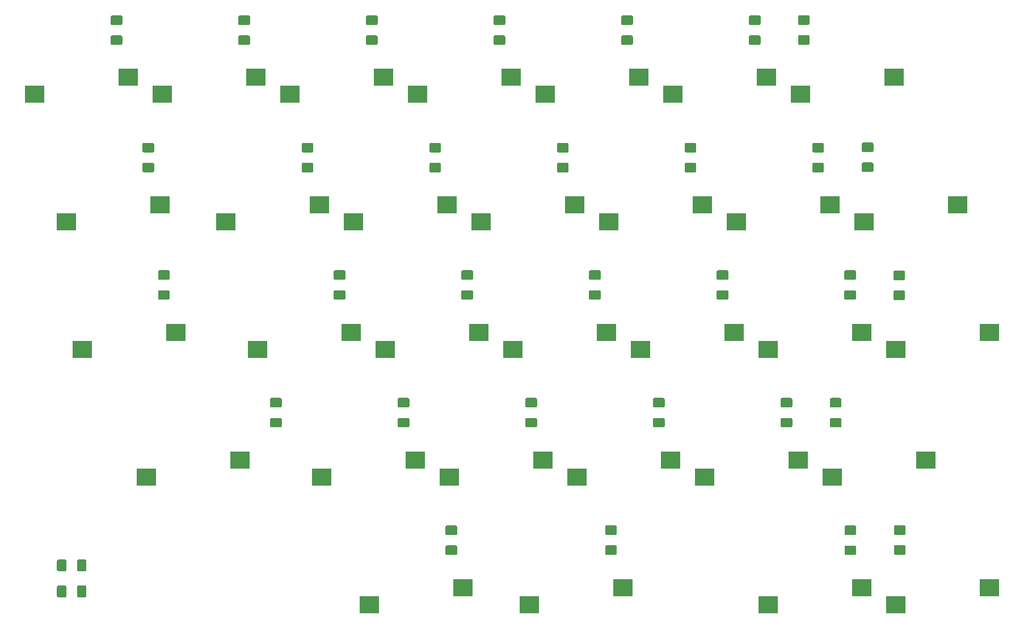
<source format=gbp>
G04 #@! TF.GenerationSoftware,KiCad,Pcbnew,(5.0.0-3-g5ebb6b6)*
G04 #@! TF.CreationDate,2018-10-13T13:09:02+09:00*
G04 #@! TF.ProjectId,pakbd,70616B62642E6B696361645F70636200,1*
G04 #@! TF.SameCoordinates,Original*
G04 #@! TF.FileFunction,Paste,Bot*
G04 #@! TF.FilePolarity,Positive*
%FSLAX46Y46*%
G04 Gerber Fmt 4.6, Leading zero omitted, Abs format (unit mm)*
G04 Created by KiCad (PCBNEW (5.0.0-3-g5ebb6b6)) date *
%MOMM*%
%LPD*%
G01*
G04 APERTURE LIST*
%ADD10C,0.100000*%
%ADD11C,1.425000*%
%ADD12R,3.000000X2.500000*%
G04 APERTURE END LIST*
D10*
G04 #@! TO.C,D17*
G36*
X113119504Y-74511204D02*
X113143773Y-74514804D01*
X113167571Y-74520765D01*
X113190671Y-74529030D01*
X113212849Y-74539520D01*
X113233893Y-74552133D01*
X113253598Y-74566747D01*
X113271777Y-74583223D01*
X113288253Y-74601402D01*
X113302867Y-74621107D01*
X113315480Y-74642151D01*
X113325970Y-74664329D01*
X113334235Y-74687429D01*
X113340196Y-74711227D01*
X113343796Y-74735496D01*
X113345000Y-74760000D01*
X113345000Y-75685000D01*
X113343796Y-75709504D01*
X113340196Y-75733773D01*
X113334235Y-75757571D01*
X113325970Y-75780671D01*
X113315480Y-75802849D01*
X113302867Y-75823893D01*
X113288253Y-75843598D01*
X113271777Y-75861777D01*
X113253598Y-75878253D01*
X113233893Y-75892867D01*
X113212849Y-75905480D01*
X113190671Y-75915970D01*
X113167571Y-75924235D01*
X113143773Y-75930196D01*
X113119504Y-75933796D01*
X113095000Y-75935000D01*
X111845000Y-75935000D01*
X111820496Y-75933796D01*
X111796227Y-75930196D01*
X111772429Y-75924235D01*
X111749329Y-75915970D01*
X111727151Y-75905480D01*
X111706107Y-75892867D01*
X111686402Y-75878253D01*
X111668223Y-75861777D01*
X111651747Y-75843598D01*
X111637133Y-75823893D01*
X111624520Y-75802849D01*
X111614030Y-75780671D01*
X111605765Y-75757571D01*
X111599804Y-75733773D01*
X111596204Y-75709504D01*
X111595000Y-75685000D01*
X111595000Y-74760000D01*
X111596204Y-74735496D01*
X111599804Y-74711227D01*
X111605765Y-74687429D01*
X111614030Y-74664329D01*
X111624520Y-74642151D01*
X111637133Y-74621107D01*
X111651747Y-74601402D01*
X111668223Y-74583223D01*
X111686402Y-74566747D01*
X111706107Y-74552133D01*
X111727151Y-74539520D01*
X111749329Y-74529030D01*
X111772429Y-74520765D01*
X111796227Y-74514804D01*
X111820496Y-74511204D01*
X111845000Y-74510000D01*
X113095000Y-74510000D01*
X113119504Y-74511204D01*
X113119504Y-74511204D01*
G37*
D11*
X112470000Y-75222500D03*
D10*
G36*
X113119504Y-77486204D02*
X113143773Y-77489804D01*
X113167571Y-77495765D01*
X113190671Y-77504030D01*
X113212849Y-77514520D01*
X113233893Y-77527133D01*
X113253598Y-77541747D01*
X113271777Y-77558223D01*
X113288253Y-77576402D01*
X113302867Y-77596107D01*
X113315480Y-77617151D01*
X113325970Y-77639329D01*
X113334235Y-77662429D01*
X113340196Y-77686227D01*
X113343796Y-77710496D01*
X113345000Y-77735000D01*
X113345000Y-78660000D01*
X113343796Y-78684504D01*
X113340196Y-78708773D01*
X113334235Y-78732571D01*
X113325970Y-78755671D01*
X113315480Y-78777849D01*
X113302867Y-78798893D01*
X113288253Y-78818598D01*
X113271777Y-78836777D01*
X113253598Y-78853253D01*
X113233893Y-78867867D01*
X113212849Y-78880480D01*
X113190671Y-78890970D01*
X113167571Y-78899235D01*
X113143773Y-78905196D01*
X113119504Y-78908796D01*
X113095000Y-78910000D01*
X111845000Y-78910000D01*
X111820496Y-78908796D01*
X111796227Y-78905196D01*
X111772429Y-78899235D01*
X111749329Y-78890970D01*
X111727151Y-78880480D01*
X111706107Y-78867867D01*
X111686402Y-78853253D01*
X111668223Y-78836777D01*
X111651747Y-78818598D01*
X111637133Y-78798893D01*
X111624520Y-78777849D01*
X111614030Y-78755671D01*
X111605765Y-78732571D01*
X111599804Y-78708773D01*
X111596204Y-78684504D01*
X111595000Y-78660000D01*
X111595000Y-77735000D01*
X111596204Y-77710496D01*
X111599804Y-77686227D01*
X111605765Y-77662429D01*
X111614030Y-77639329D01*
X111624520Y-77617151D01*
X111637133Y-77596107D01*
X111651747Y-77576402D01*
X111668223Y-77558223D01*
X111686402Y-77541747D01*
X111706107Y-77527133D01*
X111727151Y-77514520D01*
X111749329Y-77504030D01*
X111772429Y-77495765D01*
X111796227Y-77489804D01*
X111820496Y-77486204D01*
X111845000Y-77485000D01*
X113095000Y-77485000D01*
X113119504Y-77486204D01*
X113119504Y-77486204D01*
G37*
D11*
X112470000Y-78197500D03*
G04 #@! TD*
D12*
G04 #@! TO.C,SW20*
X171387000Y-83780000D03*
X157417000Y-86320000D03*
G04 #@! TD*
D10*
G04 #@! TO.C,D8*
G36*
X70231570Y-55501718D02*
X70255839Y-55505318D01*
X70279637Y-55511279D01*
X70302737Y-55519544D01*
X70324915Y-55530034D01*
X70345959Y-55542647D01*
X70365664Y-55557261D01*
X70383843Y-55573737D01*
X70400319Y-55591916D01*
X70414933Y-55611621D01*
X70427546Y-55632665D01*
X70438036Y-55654843D01*
X70446301Y-55677943D01*
X70452262Y-55701741D01*
X70455862Y-55726010D01*
X70457066Y-55750514D01*
X70457066Y-56675514D01*
X70455862Y-56700018D01*
X70452262Y-56724287D01*
X70446301Y-56748085D01*
X70438036Y-56771185D01*
X70427546Y-56793363D01*
X70414933Y-56814407D01*
X70400319Y-56834112D01*
X70383843Y-56852291D01*
X70365664Y-56868767D01*
X70345959Y-56883381D01*
X70324915Y-56895994D01*
X70302737Y-56906484D01*
X70279637Y-56914749D01*
X70255839Y-56920710D01*
X70231570Y-56924310D01*
X70207066Y-56925514D01*
X68957066Y-56925514D01*
X68932562Y-56924310D01*
X68908293Y-56920710D01*
X68884495Y-56914749D01*
X68861395Y-56906484D01*
X68839217Y-56895994D01*
X68818173Y-56883381D01*
X68798468Y-56868767D01*
X68780289Y-56852291D01*
X68763813Y-56834112D01*
X68749199Y-56814407D01*
X68736586Y-56793363D01*
X68726096Y-56771185D01*
X68717831Y-56748085D01*
X68711870Y-56724287D01*
X68708270Y-56700018D01*
X68707066Y-56675514D01*
X68707066Y-55750514D01*
X68708270Y-55726010D01*
X68711870Y-55701741D01*
X68717831Y-55677943D01*
X68726096Y-55654843D01*
X68736586Y-55632665D01*
X68749199Y-55611621D01*
X68763813Y-55591916D01*
X68780289Y-55573737D01*
X68798468Y-55557261D01*
X68818173Y-55542647D01*
X68839217Y-55530034D01*
X68861395Y-55519544D01*
X68884495Y-55511279D01*
X68908293Y-55505318D01*
X68932562Y-55501718D01*
X68957066Y-55500514D01*
X70207066Y-55500514D01*
X70231570Y-55501718D01*
X70231570Y-55501718D01*
G37*
D11*
X69582066Y-56213014D03*
D10*
G36*
X70231570Y-58476718D02*
X70255839Y-58480318D01*
X70279637Y-58486279D01*
X70302737Y-58494544D01*
X70324915Y-58505034D01*
X70345959Y-58517647D01*
X70365664Y-58532261D01*
X70383843Y-58548737D01*
X70400319Y-58566916D01*
X70414933Y-58586621D01*
X70427546Y-58607665D01*
X70438036Y-58629843D01*
X70446301Y-58652943D01*
X70452262Y-58676741D01*
X70455862Y-58701010D01*
X70457066Y-58725514D01*
X70457066Y-59650514D01*
X70455862Y-59675018D01*
X70452262Y-59699287D01*
X70446301Y-59723085D01*
X70438036Y-59746185D01*
X70427546Y-59768363D01*
X70414933Y-59789407D01*
X70400319Y-59809112D01*
X70383843Y-59827291D01*
X70365664Y-59843767D01*
X70345959Y-59858381D01*
X70324915Y-59870994D01*
X70302737Y-59881484D01*
X70279637Y-59889749D01*
X70255839Y-59895710D01*
X70231570Y-59899310D01*
X70207066Y-59900514D01*
X68957066Y-59900514D01*
X68932562Y-59899310D01*
X68908293Y-59895710D01*
X68884495Y-59889749D01*
X68861395Y-59881484D01*
X68839217Y-59870994D01*
X68818173Y-59858381D01*
X68798468Y-59843767D01*
X68780289Y-59827291D01*
X68763813Y-59809112D01*
X68749199Y-59789407D01*
X68736586Y-59768363D01*
X68726096Y-59746185D01*
X68717831Y-59723085D01*
X68711870Y-59699287D01*
X68708270Y-59675018D01*
X68707066Y-59650514D01*
X68707066Y-58725514D01*
X68708270Y-58701010D01*
X68711870Y-58676741D01*
X68717831Y-58652943D01*
X68726096Y-58629843D01*
X68736586Y-58607665D01*
X68749199Y-58586621D01*
X68763813Y-58566916D01*
X68780289Y-58548737D01*
X68798468Y-58532261D01*
X68818173Y-58517647D01*
X68839217Y-58505034D01*
X68861395Y-58494544D01*
X68884495Y-58486279D01*
X68908293Y-58480318D01*
X68932562Y-58476718D01*
X68957066Y-58475514D01*
X70207066Y-58475514D01*
X70231570Y-58476718D01*
X70231570Y-58476718D01*
G37*
D11*
X69582066Y-59188014D03*
G04 #@! TD*
D10*
G04 #@! TO.C,D20*
G36*
X158529504Y-74551204D02*
X158553773Y-74554804D01*
X158577571Y-74560765D01*
X158600671Y-74569030D01*
X158622849Y-74579520D01*
X158643893Y-74592133D01*
X158663598Y-74606747D01*
X158681777Y-74623223D01*
X158698253Y-74641402D01*
X158712867Y-74661107D01*
X158725480Y-74682151D01*
X158735970Y-74704329D01*
X158744235Y-74727429D01*
X158750196Y-74751227D01*
X158753796Y-74775496D01*
X158755000Y-74800000D01*
X158755000Y-75725000D01*
X158753796Y-75749504D01*
X158750196Y-75773773D01*
X158744235Y-75797571D01*
X158735970Y-75820671D01*
X158725480Y-75842849D01*
X158712867Y-75863893D01*
X158698253Y-75883598D01*
X158681777Y-75901777D01*
X158663598Y-75918253D01*
X158643893Y-75932867D01*
X158622849Y-75945480D01*
X158600671Y-75955970D01*
X158577571Y-75964235D01*
X158553773Y-75970196D01*
X158529504Y-75973796D01*
X158505000Y-75975000D01*
X157255000Y-75975000D01*
X157230496Y-75973796D01*
X157206227Y-75970196D01*
X157182429Y-75964235D01*
X157159329Y-75955970D01*
X157137151Y-75945480D01*
X157116107Y-75932867D01*
X157096402Y-75918253D01*
X157078223Y-75901777D01*
X157061747Y-75883598D01*
X157047133Y-75863893D01*
X157034520Y-75842849D01*
X157024030Y-75820671D01*
X157015765Y-75797571D01*
X157009804Y-75773773D01*
X157006204Y-75749504D01*
X157005000Y-75725000D01*
X157005000Y-74800000D01*
X157006204Y-74775496D01*
X157009804Y-74751227D01*
X157015765Y-74727429D01*
X157024030Y-74704329D01*
X157034520Y-74682151D01*
X157047133Y-74661107D01*
X157061747Y-74641402D01*
X157078223Y-74623223D01*
X157096402Y-74606747D01*
X157116107Y-74592133D01*
X157137151Y-74579520D01*
X157159329Y-74569030D01*
X157182429Y-74560765D01*
X157206227Y-74554804D01*
X157230496Y-74551204D01*
X157255000Y-74550000D01*
X158505000Y-74550000D01*
X158529504Y-74551204D01*
X158529504Y-74551204D01*
G37*
D11*
X157880000Y-75262500D03*
D10*
G36*
X158529504Y-77526204D02*
X158553773Y-77529804D01*
X158577571Y-77535765D01*
X158600671Y-77544030D01*
X158622849Y-77554520D01*
X158643893Y-77567133D01*
X158663598Y-77581747D01*
X158681777Y-77598223D01*
X158698253Y-77616402D01*
X158712867Y-77636107D01*
X158725480Y-77657151D01*
X158735970Y-77679329D01*
X158744235Y-77702429D01*
X158750196Y-77726227D01*
X158753796Y-77750496D01*
X158755000Y-77775000D01*
X158755000Y-78700000D01*
X158753796Y-78724504D01*
X158750196Y-78748773D01*
X158744235Y-78772571D01*
X158735970Y-78795671D01*
X158725480Y-78817849D01*
X158712867Y-78838893D01*
X158698253Y-78858598D01*
X158681777Y-78876777D01*
X158663598Y-78893253D01*
X158643893Y-78907867D01*
X158622849Y-78920480D01*
X158600671Y-78930970D01*
X158577571Y-78939235D01*
X158553773Y-78945196D01*
X158529504Y-78948796D01*
X158505000Y-78950000D01*
X157255000Y-78950000D01*
X157230496Y-78948796D01*
X157206227Y-78945196D01*
X157182429Y-78939235D01*
X157159329Y-78930970D01*
X157137151Y-78920480D01*
X157116107Y-78907867D01*
X157096402Y-78893253D01*
X157078223Y-78876777D01*
X157061747Y-78858598D01*
X157047133Y-78838893D01*
X157034520Y-78817849D01*
X157024030Y-78795671D01*
X157015765Y-78772571D01*
X157009804Y-78748773D01*
X157006204Y-78724504D01*
X157005000Y-78700000D01*
X157005000Y-77775000D01*
X157006204Y-77750496D01*
X157009804Y-77726227D01*
X157015765Y-77702429D01*
X157024030Y-77679329D01*
X157034520Y-77657151D01*
X157047133Y-77636107D01*
X157061747Y-77616402D01*
X157078223Y-77598223D01*
X157096402Y-77581747D01*
X157116107Y-77567133D01*
X157137151Y-77554520D01*
X157159329Y-77544030D01*
X157182429Y-77535765D01*
X157206227Y-77529804D01*
X157230496Y-77526204D01*
X157255000Y-77525000D01*
X158505000Y-77525000D01*
X158529504Y-77526204D01*
X158529504Y-77526204D01*
G37*
D11*
X157880000Y-78237500D03*
G04 #@! TD*
D10*
G04 #@! TO.C,D9*
G36*
X89281570Y-55501718D02*
X89305839Y-55505318D01*
X89329637Y-55511279D01*
X89352737Y-55519544D01*
X89374915Y-55530034D01*
X89395959Y-55542647D01*
X89415664Y-55557261D01*
X89433843Y-55573737D01*
X89450319Y-55591916D01*
X89464933Y-55611621D01*
X89477546Y-55632665D01*
X89488036Y-55654843D01*
X89496301Y-55677943D01*
X89502262Y-55701741D01*
X89505862Y-55726010D01*
X89507066Y-55750514D01*
X89507066Y-56675514D01*
X89505862Y-56700018D01*
X89502262Y-56724287D01*
X89496301Y-56748085D01*
X89488036Y-56771185D01*
X89477546Y-56793363D01*
X89464933Y-56814407D01*
X89450319Y-56834112D01*
X89433843Y-56852291D01*
X89415664Y-56868767D01*
X89395959Y-56883381D01*
X89374915Y-56895994D01*
X89352737Y-56906484D01*
X89329637Y-56914749D01*
X89305839Y-56920710D01*
X89281570Y-56924310D01*
X89257066Y-56925514D01*
X88007066Y-56925514D01*
X87982562Y-56924310D01*
X87958293Y-56920710D01*
X87934495Y-56914749D01*
X87911395Y-56906484D01*
X87889217Y-56895994D01*
X87868173Y-56883381D01*
X87848468Y-56868767D01*
X87830289Y-56852291D01*
X87813813Y-56834112D01*
X87799199Y-56814407D01*
X87786586Y-56793363D01*
X87776096Y-56771185D01*
X87767831Y-56748085D01*
X87761870Y-56724287D01*
X87758270Y-56700018D01*
X87757066Y-56675514D01*
X87757066Y-55750514D01*
X87758270Y-55726010D01*
X87761870Y-55701741D01*
X87767831Y-55677943D01*
X87776096Y-55654843D01*
X87786586Y-55632665D01*
X87799199Y-55611621D01*
X87813813Y-55591916D01*
X87830289Y-55573737D01*
X87848468Y-55557261D01*
X87868173Y-55542647D01*
X87889217Y-55530034D01*
X87911395Y-55519544D01*
X87934495Y-55511279D01*
X87958293Y-55505318D01*
X87982562Y-55501718D01*
X88007066Y-55500514D01*
X89257066Y-55500514D01*
X89281570Y-55501718D01*
X89281570Y-55501718D01*
G37*
D11*
X88632066Y-56213014D03*
D10*
G36*
X89281570Y-58476718D02*
X89305839Y-58480318D01*
X89329637Y-58486279D01*
X89352737Y-58494544D01*
X89374915Y-58505034D01*
X89395959Y-58517647D01*
X89415664Y-58532261D01*
X89433843Y-58548737D01*
X89450319Y-58566916D01*
X89464933Y-58586621D01*
X89477546Y-58607665D01*
X89488036Y-58629843D01*
X89496301Y-58652943D01*
X89502262Y-58676741D01*
X89505862Y-58701010D01*
X89507066Y-58725514D01*
X89507066Y-59650514D01*
X89505862Y-59675018D01*
X89502262Y-59699287D01*
X89496301Y-59723085D01*
X89488036Y-59746185D01*
X89477546Y-59768363D01*
X89464933Y-59789407D01*
X89450319Y-59809112D01*
X89433843Y-59827291D01*
X89415664Y-59843767D01*
X89395959Y-59858381D01*
X89374915Y-59870994D01*
X89352737Y-59881484D01*
X89329637Y-59889749D01*
X89305839Y-59895710D01*
X89281570Y-59899310D01*
X89257066Y-59900514D01*
X88007066Y-59900514D01*
X87982562Y-59899310D01*
X87958293Y-59895710D01*
X87934495Y-59889749D01*
X87911395Y-59881484D01*
X87889217Y-59870994D01*
X87868173Y-59858381D01*
X87848468Y-59843767D01*
X87830289Y-59827291D01*
X87813813Y-59809112D01*
X87799199Y-59789407D01*
X87786586Y-59768363D01*
X87776096Y-59746185D01*
X87767831Y-59723085D01*
X87761870Y-59699287D01*
X87758270Y-59675018D01*
X87757066Y-59650514D01*
X87757066Y-58725514D01*
X87758270Y-58701010D01*
X87761870Y-58676741D01*
X87767831Y-58652943D01*
X87776096Y-58629843D01*
X87786586Y-58607665D01*
X87799199Y-58586621D01*
X87813813Y-58566916D01*
X87830289Y-58548737D01*
X87848468Y-58532261D01*
X87868173Y-58517647D01*
X87889217Y-58505034D01*
X87911395Y-58494544D01*
X87934495Y-58486279D01*
X87958293Y-58480318D01*
X87982562Y-58476718D01*
X88007066Y-58475514D01*
X89257066Y-58475514D01*
X89281570Y-58476718D01*
X89281570Y-58476718D01*
G37*
D11*
X88632066Y-59188014D03*
G04 #@! TD*
D10*
G04 #@! TO.C,D10*
G36*
X108331570Y-55501718D02*
X108355839Y-55505318D01*
X108379637Y-55511279D01*
X108402737Y-55519544D01*
X108424915Y-55530034D01*
X108445959Y-55542647D01*
X108465664Y-55557261D01*
X108483843Y-55573737D01*
X108500319Y-55591916D01*
X108514933Y-55611621D01*
X108527546Y-55632665D01*
X108538036Y-55654843D01*
X108546301Y-55677943D01*
X108552262Y-55701741D01*
X108555862Y-55726010D01*
X108557066Y-55750514D01*
X108557066Y-56675514D01*
X108555862Y-56700018D01*
X108552262Y-56724287D01*
X108546301Y-56748085D01*
X108538036Y-56771185D01*
X108527546Y-56793363D01*
X108514933Y-56814407D01*
X108500319Y-56834112D01*
X108483843Y-56852291D01*
X108465664Y-56868767D01*
X108445959Y-56883381D01*
X108424915Y-56895994D01*
X108402737Y-56906484D01*
X108379637Y-56914749D01*
X108355839Y-56920710D01*
X108331570Y-56924310D01*
X108307066Y-56925514D01*
X107057066Y-56925514D01*
X107032562Y-56924310D01*
X107008293Y-56920710D01*
X106984495Y-56914749D01*
X106961395Y-56906484D01*
X106939217Y-56895994D01*
X106918173Y-56883381D01*
X106898468Y-56868767D01*
X106880289Y-56852291D01*
X106863813Y-56834112D01*
X106849199Y-56814407D01*
X106836586Y-56793363D01*
X106826096Y-56771185D01*
X106817831Y-56748085D01*
X106811870Y-56724287D01*
X106808270Y-56700018D01*
X106807066Y-56675514D01*
X106807066Y-55750514D01*
X106808270Y-55726010D01*
X106811870Y-55701741D01*
X106817831Y-55677943D01*
X106826096Y-55654843D01*
X106836586Y-55632665D01*
X106849199Y-55611621D01*
X106863813Y-55591916D01*
X106880289Y-55573737D01*
X106898468Y-55557261D01*
X106918173Y-55542647D01*
X106939217Y-55530034D01*
X106961395Y-55519544D01*
X106984495Y-55511279D01*
X107008293Y-55505318D01*
X107032562Y-55501718D01*
X107057066Y-55500514D01*
X108307066Y-55500514D01*
X108331570Y-55501718D01*
X108331570Y-55501718D01*
G37*
D11*
X107682066Y-56213014D03*
D10*
G36*
X108331570Y-58476718D02*
X108355839Y-58480318D01*
X108379637Y-58486279D01*
X108402737Y-58494544D01*
X108424915Y-58505034D01*
X108445959Y-58517647D01*
X108465664Y-58532261D01*
X108483843Y-58548737D01*
X108500319Y-58566916D01*
X108514933Y-58586621D01*
X108527546Y-58607665D01*
X108538036Y-58629843D01*
X108546301Y-58652943D01*
X108552262Y-58676741D01*
X108555862Y-58701010D01*
X108557066Y-58725514D01*
X108557066Y-59650514D01*
X108555862Y-59675018D01*
X108552262Y-59699287D01*
X108546301Y-59723085D01*
X108538036Y-59746185D01*
X108527546Y-59768363D01*
X108514933Y-59789407D01*
X108500319Y-59809112D01*
X108483843Y-59827291D01*
X108465664Y-59843767D01*
X108445959Y-59858381D01*
X108424915Y-59870994D01*
X108402737Y-59881484D01*
X108379637Y-59889749D01*
X108355839Y-59895710D01*
X108331570Y-59899310D01*
X108307066Y-59900514D01*
X107057066Y-59900514D01*
X107032562Y-59899310D01*
X107008293Y-59895710D01*
X106984495Y-59889749D01*
X106961395Y-59881484D01*
X106939217Y-59870994D01*
X106918173Y-59858381D01*
X106898468Y-59843767D01*
X106880289Y-59827291D01*
X106863813Y-59809112D01*
X106849199Y-59789407D01*
X106836586Y-59768363D01*
X106826096Y-59746185D01*
X106817831Y-59723085D01*
X106811870Y-59699287D01*
X106808270Y-59675018D01*
X106807066Y-59650514D01*
X106807066Y-58725514D01*
X106808270Y-58701010D01*
X106811870Y-58676741D01*
X106817831Y-58652943D01*
X106826096Y-58629843D01*
X106836586Y-58607665D01*
X106849199Y-58586621D01*
X106863813Y-58566916D01*
X106880289Y-58548737D01*
X106898468Y-58532261D01*
X106918173Y-58517647D01*
X106939217Y-58505034D01*
X106961395Y-58494544D01*
X106984495Y-58486279D01*
X107008293Y-58480318D01*
X107032562Y-58476718D01*
X107057066Y-58475514D01*
X108307066Y-58475514D01*
X108331570Y-58476718D01*
X108331570Y-58476718D01*
G37*
D11*
X107682066Y-59188014D03*
G04 #@! TD*
D10*
G04 #@! TO.C,D11*
G36*
X127381570Y-55501718D02*
X127405839Y-55505318D01*
X127429637Y-55511279D01*
X127452737Y-55519544D01*
X127474915Y-55530034D01*
X127495959Y-55542647D01*
X127515664Y-55557261D01*
X127533843Y-55573737D01*
X127550319Y-55591916D01*
X127564933Y-55611621D01*
X127577546Y-55632665D01*
X127588036Y-55654843D01*
X127596301Y-55677943D01*
X127602262Y-55701741D01*
X127605862Y-55726010D01*
X127607066Y-55750514D01*
X127607066Y-56675514D01*
X127605862Y-56700018D01*
X127602262Y-56724287D01*
X127596301Y-56748085D01*
X127588036Y-56771185D01*
X127577546Y-56793363D01*
X127564933Y-56814407D01*
X127550319Y-56834112D01*
X127533843Y-56852291D01*
X127515664Y-56868767D01*
X127495959Y-56883381D01*
X127474915Y-56895994D01*
X127452737Y-56906484D01*
X127429637Y-56914749D01*
X127405839Y-56920710D01*
X127381570Y-56924310D01*
X127357066Y-56925514D01*
X126107066Y-56925514D01*
X126082562Y-56924310D01*
X126058293Y-56920710D01*
X126034495Y-56914749D01*
X126011395Y-56906484D01*
X125989217Y-56895994D01*
X125968173Y-56883381D01*
X125948468Y-56868767D01*
X125930289Y-56852291D01*
X125913813Y-56834112D01*
X125899199Y-56814407D01*
X125886586Y-56793363D01*
X125876096Y-56771185D01*
X125867831Y-56748085D01*
X125861870Y-56724287D01*
X125858270Y-56700018D01*
X125857066Y-56675514D01*
X125857066Y-55750514D01*
X125858270Y-55726010D01*
X125861870Y-55701741D01*
X125867831Y-55677943D01*
X125876096Y-55654843D01*
X125886586Y-55632665D01*
X125899199Y-55611621D01*
X125913813Y-55591916D01*
X125930289Y-55573737D01*
X125948468Y-55557261D01*
X125968173Y-55542647D01*
X125989217Y-55530034D01*
X126011395Y-55519544D01*
X126034495Y-55511279D01*
X126058293Y-55505318D01*
X126082562Y-55501718D01*
X126107066Y-55500514D01*
X127357066Y-55500514D01*
X127381570Y-55501718D01*
X127381570Y-55501718D01*
G37*
D11*
X126732066Y-56213014D03*
D10*
G36*
X127381570Y-58476718D02*
X127405839Y-58480318D01*
X127429637Y-58486279D01*
X127452737Y-58494544D01*
X127474915Y-58505034D01*
X127495959Y-58517647D01*
X127515664Y-58532261D01*
X127533843Y-58548737D01*
X127550319Y-58566916D01*
X127564933Y-58586621D01*
X127577546Y-58607665D01*
X127588036Y-58629843D01*
X127596301Y-58652943D01*
X127602262Y-58676741D01*
X127605862Y-58701010D01*
X127607066Y-58725514D01*
X127607066Y-59650514D01*
X127605862Y-59675018D01*
X127602262Y-59699287D01*
X127596301Y-59723085D01*
X127588036Y-59746185D01*
X127577546Y-59768363D01*
X127564933Y-59789407D01*
X127550319Y-59809112D01*
X127533843Y-59827291D01*
X127515664Y-59843767D01*
X127495959Y-59858381D01*
X127474915Y-59870994D01*
X127452737Y-59881484D01*
X127429637Y-59889749D01*
X127405839Y-59895710D01*
X127381570Y-59899310D01*
X127357066Y-59900514D01*
X126107066Y-59900514D01*
X126082562Y-59899310D01*
X126058293Y-59895710D01*
X126034495Y-59889749D01*
X126011395Y-59881484D01*
X125989217Y-59870994D01*
X125968173Y-59858381D01*
X125948468Y-59843767D01*
X125930289Y-59827291D01*
X125913813Y-59809112D01*
X125899199Y-59789407D01*
X125886586Y-59768363D01*
X125876096Y-59746185D01*
X125867831Y-59723085D01*
X125861870Y-59699287D01*
X125858270Y-59675018D01*
X125857066Y-59650514D01*
X125857066Y-58725514D01*
X125858270Y-58701010D01*
X125861870Y-58676741D01*
X125867831Y-58652943D01*
X125876096Y-58629843D01*
X125886586Y-58607665D01*
X125899199Y-58586621D01*
X125913813Y-58566916D01*
X125930289Y-58548737D01*
X125948468Y-58532261D01*
X125968173Y-58517647D01*
X125989217Y-58505034D01*
X126011395Y-58494544D01*
X126034495Y-58486279D01*
X126058293Y-58480318D01*
X126082562Y-58476718D01*
X126107066Y-58475514D01*
X127357066Y-58475514D01*
X127381570Y-58476718D01*
X127381570Y-58476718D01*
G37*
D11*
X126732066Y-59188014D03*
G04 #@! TD*
D10*
G04 #@! TO.C,D12*
G36*
X146431570Y-55501718D02*
X146455839Y-55505318D01*
X146479637Y-55511279D01*
X146502737Y-55519544D01*
X146524915Y-55530034D01*
X146545959Y-55542647D01*
X146565664Y-55557261D01*
X146583843Y-55573737D01*
X146600319Y-55591916D01*
X146614933Y-55611621D01*
X146627546Y-55632665D01*
X146638036Y-55654843D01*
X146646301Y-55677943D01*
X146652262Y-55701741D01*
X146655862Y-55726010D01*
X146657066Y-55750514D01*
X146657066Y-56675514D01*
X146655862Y-56700018D01*
X146652262Y-56724287D01*
X146646301Y-56748085D01*
X146638036Y-56771185D01*
X146627546Y-56793363D01*
X146614933Y-56814407D01*
X146600319Y-56834112D01*
X146583843Y-56852291D01*
X146565664Y-56868767D01*
X146545959Y-56883381D01*
X146524915Y-56895994D01*
X146502737Y-56906484D01*
X146479637Y-56914749D01*
X146455839Y-56920710D01*
X146431570Y-56924310D01*
X146407066Y-56925514D01*
X145157066Y-56925514D01*
X145132562Y-56924310D01*
X145108293Y-56920710D01*
X145084495Y-56914749D01*
X145061395Y-56906484D01*
X145039217Y-56895994D01*
X145018173Y-56883381D01*
X144998468Y-56868767D01*
X144980289Y-56852291D01*
X144963813Y-56834112D01*
X144949199Y-56814407D01*
X144936586Y-56793363D01*
X144926096Y-56771185D01*
X144917831Y-56748085D01*
X144911870Y-56724287D01*
X144908270Y-56700018D01*
X144907066Y-56675514D01*
X144907066Y-55750514D01*
X144908270Y-55726010D01*
X144911870Y-55701741D01*
X144917831Y-55677943D01*
X144926096Y-55654843D01*
X144936586Y-55632665D01*
X144949199Y-55611621D01*
X144963813Y-55591916D01*
X144980289Y-55573737D01*
X144998468Y-55557261D01*
X145018173Y-55542647D01*
X145039217Y-55530034D01*
X145061395Y-55519544D01*
X145084495Y-55511279D01*
X145108293Y-55505318D01*
X145132562Y-55501718D01*
X145157066Y-55500514D01*
X146407066Y-55500514D01*
X146431570Y-55501718D01*
X146431570Y-55501718D01*
G37*
D11*
X145782066Y-56213014D03*
D10*
G36*
X146431570Y-58476718D02*
X146455839Y-58480318D01*
X146479637Y-58486279D01*
X146502737Y-58494544D01*
X146524915Y-58505034D01*
X146545959Y-58517647D01*
X146565664Y-58532261D01*
X146583843Y-58548737D01*
X146600319Y-58566916D01*
X146614933Y-58586621D01*
X146627546Y-58607665D01*
X146638036Y-58629843D01*
X146646301Y-58652943D01*
X146652262Y-58676741D01*
X146655862Y-58701010D01*
X146657066Y-58725514D01*
X146657066Y-59650514D01*
X146655862Y-59675018D01*
X146652262Y-59699287D01*
X146646301Y-59723085D01*
X146638036Y-59746185D01*
X146627546Y-59768363D01*
X146614933Y-59789407D01*
X146600319Y-59809112D01*
X146583843Y-59827291D01*
X146565664Y-59843767D01*
X146545959Y-59858381D01*
X146524915Y-59870994D01*
X146502737Y-59881484D01*
X146479637Y-59889749D01*
X146455839Y-59895710D01*
X146431570Y-59899310D01*
X146407066Y-59900514D01*
X145157066Y-59900514D01*
X145132562Y-59899310D01*
X145108293Y-59895710D01*
X145084495Y-59889749D01*
X145061395Y-59881484D01*
X145039217Y-59870994D01*
X145018173Y-59858381D01*
X144998468Y-59843767D01*
X144980289Y-59827291D01*
X144963813Y-59809112D01*
X144949199Y-59789407D01*
X144936586Y-59768363D01*
X144926096Y-59746185D01*
X144917831Y-59723085D01*
X144911870Y-59699287D01*
X144908270Y-59675018D01*
X144907066Y-59650514D01*
X144907066Y-58725514D01*
X144908270Y-58701010D01*
X144911870Y-58676741D01*
X144917831Y-58652943D01*
X144926096Y-58629843D01*
X144936586Y-58607665D01*
X144949199Y-58586621D01*
X144963813Y-58566916D01*
X144980289Y-58548737D01*
X144998468Y-58532261D01*
X145018173Y-58517647D01*
X145039217Y-58505034D01*
X145061395Y-58494544D01*
X145084495Y-58486279D01*
X145108293Y-58480318D01*
X145132562Y-58476718D01*
X145157066Y-58475514D01*
X146407066Y-58475514D01*
X146431570Y-58476718D01*
X146431570Y-58476718D01*
G37*
D11*
X145782066Y-59188014D03*
G04 #@! TD*
D10*
G04 #@! TO.C,D13*
G36*
X153819504Y-55451204D02*
X153843773Y-55454804D01*
X153867571Y-55460765D01*
X153890671Y-55469030D01*
X153912849Y-55479520D01*
X153933893Y-55492133D01*
X153953598Y-55506747D01*
X153971777Y-55523223D01*
X153988253Y-55541402D01*
X154002867Y-55561107D01*
X154015480Y-55582151D01*
X154025970Y-55604329D01*
X154034235Y-55627429D01*
X154040196Y-55651227D01*
X154043796Y-55675496D01*
X154045000Y-55700000D01*
X154045000Y-56625000D01*
X154043796Y-56649504D01*
X154040196Y-56673773D01*
X154034235Y-56697571D01*
X154025970Y-56720671D01*
X154015480Y-56742849D01*
X154002867Y-56763893D01*
X153988253Y-56783598D01*
X153971777Y-56801777D01*
X153953598Y-56818253D01*
X153933893Y-56832867D01*
X153912849Y-56845480D01*
X153890671Y-56855970D01*
X153867571Y-56864235D01*
X153843773Y-56870196D01*
X153819504Y-56873796D01*
X153795000Y-56875000D01*
X152545000Y-56875000D01*
X152520496Y-56873796D01*
X152496227Y-56870196D01*
X152472429Y-56864235D01*
X152449329Y-56855970D01*
X152427151Y-56845480D01*
X152406107Y-56832867D01*
X152386402Y-56818253D01*
X152368223Y-56801777D01*
X152351747Y-56783598D01*
X152337133Y-56763893D01*
X152324520Y-56742849D01*
X152314030Y-56720671D01*
X152305765Y-56697571D01*
X152299804Y-56673773D01*
X152296204Y-56649504D01*
X152295000Y-56625000D01*
X152295000Y-55700000D01*
X152296204Y-55675496D01*
X152299804Y-55651227D01*
X152305765Y-55627429D01*
X152314030Y-55604329D01*
X152324520Y-55582151D01*
X152337133Y-55561107D01*
X152351747Y-55541402D01*
X152368223Y-55523223D01*
X152386402Y-55506747D01*
X152406107Y-55492133D01*
X152427151Y-55479520D01*
X152449329Y-55469030D01*
X152472429Y-55460765D01*
X152496227Y-55454804D01*
X152520496Y-55451204D01*
X152545000Y-55450000D01*
X153795000Y-55450000D01*
X153819504Y-55451204D01*
X153819504Y-55451204D01*
G37*
D11*
X153170000Y-56162500D03*
D10*
G36*
X153819504Y-58426204D02*
X153843773Y-58429804D01*
X153867571Y-58435765D01*
X153890671Y-58444030D01*
X153912849Y-58454520D01*
X153933893Y-58467133D01*
X153953598Y-58481747D01*
X153971777Y-58498223D01*
X153988253Y-58516402D01*
X154002867Y-58536107D01*
X154015480Y-58557151D01*
X154025970Y-58579329D01*
X154034235Y-58602429D01*
X154040196Y-58626227D01*
X154043796Y-58650496D01*
X154045000Y-58675000D01*
X154045000Y-59600000D01*
X154043796Y-59624504D01*
X154040196Y-59648773D01*
X154034235Y-59672571D01*
X154025970Y-59695671D01*
X154015480Y-59717849D01*
X154002867Y-59738893D01*
X153988253Y-59758598D01*
X153971777Y-59776777D01*
X153953598Y-59793253D01*
X153933893Y-59807867D01*
X153912849Y-59820480D01*
X153890671Y-59830970D01*
X153867571Y-59839235D01*
X153843773Y-59845196D01*
X153819504Y-59848796D01*
X153795000Y-59850000D01*
X152545000Y-59850000D01*
X152520496Y-59848796D01*
X152496227Y-59845196D01*
X152472429Y-59839235D01*
X152449329Y-59830970D01*
X152427151Y-59820480D01*
X152406107Y-59807867D01*
X152386402Y-59793253D01*
X152368223Y-59776777D01*
X152351747Y-59758598D01*
X152337133Y-59738893D01*
X152324520Y-59717849D01*
X152314030Y-59695671D01*
X152305765Y-59672571D01*
X152299804Y-59648773D01*
X152296204Y-59624504D01*
X152295000Y-59600000D01*
X152295000Y-58675000D01*
X152296204Y-58650496D01*
X152299804Y-58626227D01*
X152305765Y-58602429D01*
X152314030Y-58579329D01*
X152324520Y-58557151D01*
X152337133Y-58536107D01*
X152351747Y-58516402D01*
X152368223Y-58498223D01*
X152386402Y-58481747D01*
X152406107Y-58467133D01*
X152427151Y-58454520D01*
X152449329Y-58444030D01*
X152472429Y-58435765D01*
X152496227Y-58429804D01*
X152520496Y-58426204D01*
X152545000Y-58425000D01*
X153795000Y-58425000D01*
X153819504Y-58426204D01*
X153819504Y-58426204D01*
G37*
D11*
X153170000Y-59137500D03*
G04 #@! TD*
D10*
G04 #@! TO.C,D14*
G36*
X48799504Y-74511204D02*
X48823773Y-74514804D01*
X48847571Y-74520765D01*
X48870671Y-74529030D01*
X48892849Y-74539520D01*
X48913893Y-74552133D01*
X48933598Y-74566747D01*
X48951777Y-74583223D01*
X48968253Y-74601402D01*
X48982867Y-74621107D01*
X48995480Y-74642151D01*
X49005970Y-74664329D01*
X49014235Y-74687429D01*
X49020196Y-74711227D01*
X49023796Y-74735496D01*
X49025000Y-74760000D01*
X49025000Y-75685000D01*
X49023796Y-75709504D01*
X49020196Y-75733773D01*
X49014235Y-75757571D01*
X49005970Y-75780671D01*
X48995480Y-75802849D01*
X48982867Y-75823893D01*
X48968253Y-75843598D01*
X48951777Y-75861777D01*
X48933598Y-75878253D01*
X48913893Y-75892867D01*
X48892849Y-75905480D01*
X48870671Y-75915970D01*
X48847571Y-75924235D01*
X48823773Y-75930196D01*
X48799504Y-75933796D01*
X48775000Y-75935000D01*
X47525000Y-75935000D01*
X47500496Y-75933796D01*
X47476227Y-75930196D01*
X47452429Y-75924235D01*
X47429329Y-75915970D01*
X47407151Y-75905480D01*
X47386107Y-75892867D01*
X47366402Y-75878253D01*
X47348223Y-75861777D01*
X47331747Y-75843598D01*
X47317133Y-75823893D01*
X47304520Y-75802849D01*
X47294030Y-75780671D01*
X47285765Y-75757571D01*
X47279804Y-75733773D01*
X47276204Y-75709504D01*
X47275000Y-75685000D01*
X47275000Y-74760000D01*
X47276204Y-74735496D01*
X47279804Y-74711227D01*
X47285765Y-74687429D01*
X47294030Y-74664329D01*
X47304520Y-74642151D01*
X47317133Y-74621107D01*
X47331747Y-74601402D01*
X47348223Y-74583223D01*
X47366402Y-74566747D01*
X47386107Y-74552133D01*
X47407151Y-74539520D01*
X47429329Y-74529030D01*
X47452429Y-74520765D01*
X47476227Y-74514804D01*
X47500496Y-74511204D01*
X47525000Y-74510000D01*
X48775000Y-74510000D01*
X48799504Y-74511204D01*
X48799504Y-74511204D01*
G37*
D11*
X48150000Y-75222500D03*
D10*
G36*
X48799504Y-77486204D02*
X48823773Y-77489804D01*
X48847571Y-77495765D01*
X48870671Y-77504030D01*
X48892849Y-77514520D01*
X48913893Y-77527133D01*
X48933598Y-77541747D01*
X48951777Y-77558223D01*
X48968253Y-77576402D01*
X48982867Y-77596107D01*
X48995480Y-77617151D01*
X49005970Y-77639329D01*
X49014235Y-77662429D01*
X49020196Y-77686227D01*
X49023796Y-77710496D01*
X49025000Y-77735000D01*
X49025000Y-78660000D01*
X49023796Y-78684504D01*
X49020196Y-78708773D01*
X49014235Y-78732571D01*
X49005970Y-78755671D01*
X48995480Y-78777849D01*
X48982867Y-78798893D01*
X48968253Y-78818598D01*
X48951777Y-78836777D01*
X48933598Y-78853253D01*
X48913893Y-78867867D01*
X48892849Y-78880480D01*
X48870671Y-78890970D01*
X48847571Y-78899235D01*
X48823773Y-78905196D01*
X48799504Y-78908796D01*
X48775000Y-78910000D01*
X47525000Y-78910000D01*
X47500496Y-78908796D01*
X47476227Y-78905196D01*
X47452429Y-78899235D01*
X47429329Y-78890970D01*
X47407151Y-78880480D01*
X47386107Y-78867867D01*
X47366402Y-78853253D01*
X47348223Y-78836777D01*
X47331747Y-78818598D01*
X47317133Y-78798893D01*
X47304520Y-78777849D01*
X47294030Y-78755671D01*
X47285765Y-78732571D01*
X47279804Y-78708773D01*
X47276204Y-78684504D01*
X47275000Y-78660000D01*
X47275000Y-77735000D01*
X47276204Y-77710496D01*
X47279804Y-77686227D01*
X47285765Y-77662429D01*
X47294030Y-77639329D01*
X47304520Y-77617151D01*
X47317133Y-77596107D01*
X47331747Y-77576402D01*
X47348223Y-77558223D01*
X47366402Y-77541747D01*
X47386107Y-77527133D01*
X47407151Y-77514520D01*
X47429329Y-77504030D01*
X47452429Y-77495765D01*
X47476227Y-77489804D01*
X47500496Y-77486204D01*
X47525000Y-77485000D01*
X48775000Y-77485000D01*
X48799504Y-77486204D01*
X48799504Y-77486204D01*
G37*
D11*
X48150000Y-78197500D03*
G04 #@! TD*
D10*
G04 #@! TO.C,D15*
G36*
X75019504Y-74511204D02*
X75043773Y-74514804D01*
X75067571Y-74520765D01*
X75090671Y-74529030D01*
X75112849Y-74539520D01*
X75133893Y-74552133D01*
X75153598Y-74566747D01*
X75171777Y-74583223D01*
X75188253Y-74601402D01*
X75202867Y-74621107D01*
X75215480Y-74642151D01*
X75225970Y-74664329D01*
X75234235Y-74687429D01*
X75240196Y-74711227D01*
X75243796Y-74735496D01*
X75245000Y-74760000D01*
X75245000Y-75685000D01*
X75243796Y-75709504D01*
X75240196Y-75733773D01*
X75234235Y-75757571D01*
X75225970Y-75780671D01*
X75215480Y-75802849D01*
X75202867Y-75823893D01*
X75188253Y-75843598D01*
X75171777Y-75861777D01*
X75153598Y-75878253D01*
X75133893Y-75892867D01*
X75112849Y-75905480D01*
X75090671Y-75915970D01*
X75067571Y-75924235D01*
X75043773Y-75930196D01*
X75019504Y-75933796D01*
X74995000Y-75935000D01*
X73745000Y-75935000D01*
X73720496Y-75933796D01*
X73696227Y-75930196D01*
X73672429Y-75924235D01*
X73649329Y-75915970D01*
X73627151Y-75905480D01*
X73606107Y-75892867D01*
X73586402Y-75878253D01*
X73568223Y-75861777D01*
X73551747Y-75843598D01*
X73537133Y-75823893D01*
X73524520Y-75802849D01*
X73514030Y-75780671D01*
X73505765Y-75757571D01*
X73499804Y-75733773D01*
X73496204Y-75709504D01*
X73495000Y-75685000D01*
X73495000Y-74760000D01*
X73496204Y-74735496D01*
X73499804Y-74711227D01*
X73505765Y-74687429D01*
X73514030Y-74664329D01*
X73524520Y-74642151D01*
X73537133Y-74621107D01*
X73551747Y-74601402D01*
X73568223Y-74583223D01*
X73586402Y-74566747D01*
X73606107Y-74552133D01*
X73627151Y-74539520D01*
X73649329Y-74529030D01*
X73672429Y-74520765D01*
X73696227Y-74514804D01*
X73720496Y-74511204D01*
X73745000Y-74510000D01*
X74995000Y-74510000D01*
X75019504Y-74511204D01*
X75019504Y-74511204D01*
G37*
D11*
X74370000Y-75222500D03*
D10*
G36*
X75019504Y-77486204D02*
X75043773Y-77489804D01*
X75067571Y-77495765D01*
X75090671Y-77504030D01*
X75112849Y-77514520D01*
X75133893Y-77527133D01*
X75153598Y-77541747D01*
X75171777Y-77558223D01*
X75188253Y-77576402D01*
X75202867Y-77596107D01*
X75215480Y-77617151D01*
X75225970Y-77639329D01*
X75234235Y-77662429D01*
X75240196Y-77686227D01*
X75243796Y-77710496D01*
X75245000Y-77735000D01*
X75245000Y-78660000D01*
X75243796Y-78684504D01*
X75240196Y-78708773D01*
X75234235Y-78732571D01*
X75225970Y-78755671D01*
X75215480Y-78777849D01*
X75202867Y-78798893D01*
X75188253Y-78818598D01*
X75171777Y-78836777D01*
X75153598Y-78853253D01*
X75133893Y-78867867D01*
X75112849Y-78880480D01*
X75090671Y-78890970D01*
X75067571Y-78899235D01*
X75043773Y-78905196D01*
X75019504Y-78908796D01*
X74995000Y-78910000D01*
X73745000Y-78910000D01*
X73720496Y-78908796D01*
X73696227Y-78905196D01*
X73672429Y-78899235D01*
X73649329Y-78890970D01*
X73627151Y-78880480D01*
X73606107Y-78867867D01*
X73586402Y-78853253D01*
X73568223Y-78836777D01*
X73551747Y-78818598D01*
X73537133Y-78798893D01*
X73524520Y-78777849D01*
X73514030Y-78755671D01*
X73505765Y-78732571D01*
X73499804Y-78708773D01*
X73496204Y-78684504D01*
X73495000Y-78660000D01*
X73495000Y-77735000D01*
X73496204Y-77710496D01*
X73499804Y-77686227D01*
X73505765Y-77662429D01*
X73514030Y-77639329D01*
X73524520Y-77617151D01*
X73537133Y-77596107D01*
X73551747Y-77576402D01*
X73568223Y-77558223D01*
X73586402Y-77541747D01*
X73606107Y-77527133D01*
X73627151Y-77514520D01*
X73649329Y-77504030D01*
X73672429Y-77495765D01*
X73696227Y-77489804D01*
X73720496Y-77486204D01*
X73745000Y-77485000D01*
X74995000Y-77485000D01*
X75019504Y-77486204D01*
X75019504Y-77486204D01*
G37*
D11*
X74370000Y-78197500D03*
G04 #@! TD*
D10*
G04 #@! TO.C,D16*
G36*
X94069504Y-74511204D02*
X94093773Y-74514804D01*
X94117571Y-74520765D01*
X94140671Y-74529030D01*
X94162849Y-74539520D01*
X94183893Y-74552133D01*
X94203598Y-74566747D01*
X94221777Y-74583223D01*
X94238253Y-74601402D01*
X94252867Y-74621107D01*
X94265480Y-74642151D01*
X94275970Y-74664329D01*
X94284235Y-74687429D01*
X94290196Y-74711227D01*
X94293796Y-74735496D01*
X94295000Y-74760000D01*
X94295000Y-75685000D01*
X94293796Y-75709504D01*
X94290196Y-75733773D01*
X94284235Y-75757571D01*
X94275970Y-75780671D01*
X94265480Y-75802849D01*
X94252867Y-75823893D01*
X94238253Y-75843598D01*
X94221777Y-75861777D01*
X94203598Y-75878253D01*
X94183893Y-75892867D01*
X94162849Y-75905480D01*
X94140671Y-75915970D01*
X94117571Y-75924235D01*
X94093773Y-75930196D01*
X94069504Y-75933796D01*
X94045000Y-75935000D01*
X92795000Y-75935000D01*
X92770496Y-75933796D01*
X92746227Y-75930196D01*
X92722429Y-75924235D01*
X92699329Y-75915970D01*
X92677151Y-75905480D01*
X92656107Y-75892867D01*
X92636402Y-75878253D01*
X92618223Y-75861777D01*
X92601747Y-75843598D01*
X92587133Y-75823893D01*
X92574520Y-75802849D01*
X92564030Y-75780671D01*
X92555765Y-75757571D01*
X92549804Y-75733773D01*
X92546204Y-75709504D01*
X92545000Y-75685000D01*
X92545000Y-74760000D01*
X92546204Y-74735496D01*
X92549804Y-74711227D01*
X92555765Y-74687429D01*
X92564030Y-74664329D01*
X92574520Y-74642151D01*
X92587133Y-74621107D01*
X92601747Y-74601402D01*
X92618223Y-74583223D01*
X92636402Y-74566747D01*
X92656107Y-74552133D01*
X92677151Y-74539520D01*
X92699329Y-74529030D01*
X92722429Y-74520765D01*
X92746227Y-74514804D01*
X92770496Y-74511204D01*
X92795000Y-74510000D01*
X94045000Y-74510000D01*
X94069504Y-74511204D01*
X94069504Y-74511204D01*
G37*
D11*
X93420000Y-75222500D03*
D10*
G36*
X94069504Y-77486204D02*
X94093773Y-77489804D01*
X94117571Y-77495765D01*
X94140671Y-77504030D01*
X94162849Y-77514520D01*
X94183893Y-77527133D01*
X94203598Y-77541747D01*
X94221777Y-77558223D01*
X94238253Y-77576402D01*
X94252867Y-77596107D01*
X94265480Y-77617151D01*
X94275970Y-77639329D01*
X94284235Y-77662429D01*
X94290196Y-77686227D01*
X94293796Y-77710496D01*
X94295000Y-77735000D01*
X94295000Y-78660000D01*
X94293796Y-78684504D01*
X94290196Y-78708773D01*
X94284235Y-78732571D01*
X94275970Y-78755671D01*
X94265480Y-78777849D01*
X94252867Y-78798893D01*
X94238253Y-78818598D01*
X94221777Y-78836777D01*
X94203598Y-78853253D01*
X94183893Y-78867867D01*
X94162849Y-78880480D01*
X94140671Y-78890970D01*
X94117571Y-78899235D01*
X94093773Y-78905196D01*
X94069504Y-78908796D01*
X94045000Y-78910000D01*
X92795000Y-78910000D01*
X92770496Y-78908796D01*
X92746227Y-78905196D01*
X92722429Y-78899235D01*
X92699329Y-78890970D01*
X92677151Y-78880480D01*
X92656107Y-78867867D01*
X92636402Y-78853253D01*
X92618223Y-78836777D01*
X92601747Y-78818598D01*
X92587133Y-78798893D01*
X92574520Y-78777849D01*
X92564030Y-78755671D01*
X92555765Y-78732571D01*
X92549804Y-78708773D01*
X92546204Y-78684504D01*
X92545000Y-78660000D01*
X92545000Y-77735000D01*
X92546204Y-77710496D01*
X92549804Y-77686227D01*
X92555765Y-77662429D01*
X92564030Y-77639329D01*
X92574520Y-77617151D01*
X92587133Y-77596107D01*
X92601747Y-77576402D01*
X92618223Y-77558223D01*
X92636402Y-77541747D01*
X92656107Y-77527133D01*
X92677151Y-77514520D01*
X92699329Y-77504030D01*
X92722429Y-77495765D01*
X92746227Y-77489804D01*
X92770496Y-77486204D01*
X92795000Y-77485000D01*
X94045000Y-77485000D01*
X94069504Y-77486204D01*
X94069504Y-77486204D01*
G37*
D11*
X93420000Y-78197500D03*
G04 #@! TD*
D10*
G04 #@! TO.C,D18*
G36*
X132169504Y-74511204D02*
X132193773Y-74514804D01*
X132217571Y-74520765D01*
X132240671Y-74529030D01*
X132262849Y-74539520D01*
X132283893Y-74552133D01*
X132303598Y-74566747D01*
X132321777Y-74583223D01*
X132338253Y-74601402D01*
X132352867Y-74621107D01*
X132365480Y-74642151D01*
X132375970Y-74664329D01*
X132384235Y-74687429D01*
X132390196Y-74711227D01*
X132393796Y-74735496D01*
X132395000Y-74760000D01*
X132395000Y-75685000D01*
X132393796Y-75709504D01*
X132390196Y-75733773D01*
X132384235Y-75757571D01*
X132375970Y-75780671D01*
X132365480Y-75802849D01*
X132352867Y-75823893D01*
X132338253Y-75843598D01*
X132321777Y-75861777D01*
X132303598Y-75878253D01*
X132283893Y-75892867D01*
X132262849Y-75905480D01*
X132240671Y-75915970D01*
X132217571Y-75924235D01*
X132193773Y-75930196D01*
X132169504Y-75933796D01*
X132145000Y-75935000D01*
X130895000Y-75935000D01*
X130870496Y-75933796D01*
X130846227Y-75930196D01*
X130822429Y-75924235D01*
X130799329Y-75915970D01*
X130777151Y-75905480D01*
X130756107Y-75892867D01*
X130736402Y-75878253D01*
X130718223Y-75861777D01*
X130701747Y-75843598D01*
X130687133Y-75823893D01*
X130674520Y-75802849D01*
X130664030Y-75780671D01*
X130655765Y-75757571D01*
X130649804Y-75733773D01*
X130646204Y-75709504D01*
X130645000Y-75685000D01*
X130645000Y-74760000D01*
X130646204Y-74735496D01*
X130649804Y-74711227D01*
X130655765Y-74687429D01*
X130664030Y-74664329D01*
X130674520Y-74642151D01*
X130687133Y-74621107D01*
X130701747Y-74601402D01*
X130718223Y-74583223D01*
X130736402Y-74566747D01*
X130756107Y-74552133D01*
X130777151Y-74539520D01*
X130799329Y-74529030D01*
X130822429Y-74520765D01*
X130846227Y-74514804D01*
X130870496Y-74511204D01*
X130895000Y-74510000D01*
X132145000Y-74510000D01*
X132169504Y-74511204D01*
X132169504Y-74511204D01*
G37*
D11*
X131520000Y-75222500D03*
D10*
G36*
X132169504Y-77486204D02*
X132193773Y-77489804D01*
X132217571Y-77495765D01*
X132240671Y-77504030D01*
X132262849Y-77514520D01*
X132283893Y-77527133D01*
X132303598Y-77541747D01*
X132321777Y-77558223D01*
X132338253Y-77576402D01*
X132352867Y-77596107D01*
X132365480Y-77617151D01*
X132375970Y-77639329D01*
X132384235Y-77662429D01*
X132390196Y-77686227D01*
X132393796Y-77710496D01*
X132395000Y-77735000D01*
X132395000Y-78660000D01*
X132393796Y-78684504D01*
X132390196Y-78708773D01*
X132384235Y-78732571D01*
X132375970Y-78755671D01*
X132365480Y-78777849D01*
X132352867Y-78798893D01*
X132338253Y-78818598D01*
X132321777Y-78836777D01*
X132303598Y-78853253D01*
X132283893Y-78867867D01*
X132262849Y-78880480D01*
X132240671Y-78890970D01*
X132217571Y-78899235D01*
X132193773Y-78905196D01*
X132169504Y-78908796D01*
X132145000Y-78910000D01*
X130895000Y-78910000D01*
X130870496Y-78908796D01*
X130846227Y-78905196D01*
X130822429Y-78899235D01*
X130799329Y-78890970D01*
X130777151Y-78880480D01*
X130756107Y-78867867D01*
X130736402Y-78853253D01*
X130718223Y-78836777D01*
X130701747Y-78818598D01*
X130687133Y-78798893D01*
X130674520Y-78777849D01*
X130664030Y-78755671D01*
X130655765Y-78732571D01*
X130649804Y-78708773D01*
X130646204Y-78684504D01*
X130645000Y-78660000D01*
X130645000Y-77735000D01*
X130646204Y-77710496D01*
X130649804Y-77686227D01*
X130655765Y-77662429D01*
X130664030Y-77639329D01*
X130674520Y-77617151D01*
X130687133Y-77596107D01*
X130701747Y-77576402D01*
X130718223Y-77558223D01*
X130736402Y-77541747D01*
X130756107Y-77527133D01*
X130777151Y-77514520D01*
X130799329Y-77504030D01*
X130822429Y-77495765D01*
X130846227Y-77489804D01*
X130870496Y-77486204D01*
X130895000Y-77485000D01*
X132145000Y-77485000D01*
X132169504Y-77486204D01*
X132169504Y-77486204D01*
G37*
D11*
X131520000Y-78197500D03*
G04 #@! TD*
D10*
G04 #@! TO.C,D19*
G36*
X151219504Y-74511204D02*
X151243773Y-74514804D01*
X151267571Y-74520765D01*
X151290671Y-74529030D01*
X151312849Y-74539520D01*
X151333893Y-74552133D01*
X151353598Y-74566747D01*
X151371777Y-74583223D01*
X151388253Y-74601402D01*
X151402867Y-74621107D01*
X151415480Y-74642151D01*
X151425970Y-74664329D01*
X151434235Y-74687429D01*
X151440196Y-74711227D01*
X151443796Y-74735496D01*
X151445000Y-74760000D01*
X151445000Y-75685000D01*
X151443796Y-75709504D01*
X151440196Y-75733773D01*
X151434235Y-75757571D01*
X151425970Y-75780671D01*
X151415480Y-75802849D01*
X151402867Y-75823893D01*
X151388253Y-75843598D01*
X151371777Y-75861777D01*
X151353598Y-75878253D01*
X151333893Y-75892867D01*
X151312849Y-75905480D01*
X151290671Y-75915970D01*
X151267571Y-75924235D01*
X151243773Y-75930196D01*
X151219504Y-75933796D01*
X151195000Y-75935000D01*
X149945000Y-75935000D01*
X149920496Y-75933796D01*
X149896227Y-75930196D01*
X149872429Y-75924235D01*
X149849329Y-75915970D01*
X149827151Y-75905480D01*
X149806107Y-75892867D01*
X149786402Y-75878253D01*
X149768223Y-75861777D01*
X149751747Y-75843598D01*
X149737133Y-75823893D01*
X149724520Y-75802849D01*
X149714030Y-75780671D01*
X149705765Y-75757571D01*
X149699804Y-75733773D01*
X149696204Y-75709504D01*
X149695000Y-75685000D01*
X149695000Y-74760000D01*
X149696204Y-74735496D01*
X149699804Y-74711227D01*
X149705765Y-74687429D01*
X149714030Y-74664329D01*
X149724520Y-74642151D01*
X149737133Y-74621107D01*
X149751747Y-74601402D01*
X149768223Y-74583223D01*
X149786402Y-74566747D01*
X149806107Y-74552133D01*
X149827151Y-74539520D01*
X149849329Y-74529030D01*
X149872429Y-74520765D01*
X149896227Y-74514804D01*
X149920496Y-74511204D01*
X149945000Y-74510000D01*
X151195000Y-74510000D01*
X151219504Y-74511204D01*
X151219504Y-74511204D01*
G37*
D11*
X150570000Y-75222500D03*
D10*
G36*
X151219504Y-77486204D02*
X151243773Y-77489804D01*
X151267571Y-77495765D01*
X151290671Y-77504030D01*
X151312849Y-77514520D01*
X151333893Y-77527133D01*
X151353598Y-77541747D01*
X151371777Y-77558223D01*
X151388253Y-77576402D01*
X151402867Y-77596107D01*
X151415480Y-77617151D01*
X151425970Y-77639329D01*
X151434235Y-77662429D01*
X151440196Y-77686227D01*
X151443796Y-77710496D01*
X151445000Y-77735000D01*
X151445000Y-78660000D01*
X151443796Y-78684504D01*
X151440196Y-78708773D01*
X151434235Y-78732571D01*
X151425970Y-78755671D01*
X151415480Y-78777849D01*
X151402867Y-78798893D01*
X151388253Y-78818598D01*
X151371777Y-78836777D01*
X151353598Y-78853253D01*
X151333893Y-78867867D01*
X151312849Y-78880480D01*
X151290671Y-78890970D01*
X151267571Y-78899235D01*
X151243773Y-78905196D01*
X151219504Y-78908796D01*
X151195000Y-78910000D01*
X149945000Y-78910000D01*
X149920496Y-78908796D01*
X149896227Y-78905196D01*
X149872429Y-78899235D01*
X149849329Y-78890970D01*
X149827151Y-78880480D01*
X149806107Y-78867867D01*
X149786402Y-78853253D01*
X149768223Y-78836777D01*
X149751747Y-78818598D01*
X149737133Y-78798893D01*
X149724520Y-78777849D01*
X149714030Y-78755671D01*
X149705765Y-78732571D01*
X149699804Y-78708773D01*
X149696204Y-78684504D01*
X149695000Y-78660000D01*
X149695000Y-77735000D01*
X149696204Y-77710496D01*
X149699804Y-77686227D01*
X149705765Y-77662429D01*
X149714030Y-77639329D01*
X149724520Y-77617151D01*
X149737133Y-77596107D01*
X149751747Y-77576402D01*
X149768223Y-77558223D01*
X149786402Y-77541747D01*
X149806107Y-77527133D01*
X149827151Y-77514520D01*
X149849329Y-77504030D01*
X149872429Y-77495765D01*
X149896227Y-77489804D01*
X149920496Y-77486204D01*
X149945000Y-77485000D01*
X151195000Y-77485000D01*
X151219504Y-77486204D01*
X151219504Y-77486204D01*
G37*
D11*
X150570000Y-78197500D03*
G04 #@! TD*
D10*
G04 #@! TO.C,D4*
G36*
X117929504Y-36488704D02*
X117953773Y-36492304D01*
X117977571Y-36498265D01*
X118000671Y-36506530D01*
X118022849Y-36517020D01*
X118043893Y-36529633D01*
X118063598Y-36544247D01*
X118081777Y-36560723D01*
X118098253Y-36578902D01*
X118112867Y-36598607D01*
X118125480Y-36619651D01*
X118135970Y-36641829D01*
X118144235Y-36664929D01*
X118150196Y-36688727D01*
X118153796Y-36712996D01*
X118155000Y-36737500D01*
X118155000Y-37662500D01*
X118153796Y-37687004D01*
X118150196Y-37711273D01*
X118144235Y-37735071D01*
X118135970Y-37758171D01*
X118125480Y-37780349D01*
X118112867Y-37801393D01*
X118098253Y-37821098D01*
X118081777Y-37839277D01*
X118063598Y-37855753D01*
X118043893Y-37870367D01*
X118022849Y-37882980D01*
X118000671Y-37893470D01*
X117977571Y-37901735D01*
X117953773Y-37907696D01*
X117929504Y-37911296D01*
X117905000Y-37912500D01*
X116655000Y-37912500D01*
X116630496Y-37911296D01*
X116606227Y-37907696D01*
X116582429Y-37901735D01*
X116559329Y-37893470D01*
X116537151Y-37882980D01*
X116516107Y-37870367D01*
X116496402Y-37855753D01*
X116478223Y-37839277D01*
X116461747Y-37821098D01*
X116447133Y-37801393D01*
X116434520Y-37780349D01*
X116424030Y-37758171D01*
X116415765Y-37735071D01*
X116409804Y-37711273D01*
X116406204Y-37687004D01*
X116405000Y-37662500D01*
X116405000Y-36737500D01*
X116406204Y-36712996D01*
X116409804Y-36688727D01*
X116415765Y-36664929D01*
X116424030Y-36641829D01*
X116434520Y-36619651D01*
X116447133Y-36598607D01*
X116461747Y-36578902D01*
X116478223Y-36560723D01*
X116496402Y-36544247D01*
X116516107Y-36529633D01*
X116537151Y-36517020D01*
X116559329Y-36506530D01*
X116582429Y-36498265D01*
X116606227Y-36492304D01*
X116630496Y-36488704D01*
X116655000Y-36487500D01*
X117905000Y-36487500D01*
X117929504Y-36488704D01*
X117929504Y-36488704D01*
G37*
D11*
X117280000Y-37200000D03*
D10*
G36*
X117929504Y-39463704D02*
X117953773Y-39467304D01*
X117977571Y-39473265D01*
X118000671Y-39481530D01*
X118022849Y-39492020D01*
X118043893Y-39504633D01*
X118063598Y-39519247D01*
X118081777Y-39535723D01*
X118098253Y-39553902D01*
X118112867Y-39573607D01*
X118125480Y-39594651D01*
X118135970Y-39616829D01*
X118144235Y-39639929D01*
X118150196Y-39663727D01*
X118153796Y-39687996D01*
X118155000Y-39712500D01*
X118155000Y-40637500D01*
X118153796Y-40662004D01*
X118150196Y-40686273D01*
X118144235Y-40710071D01*
X118135970Y-40733171D01*
X118125480Y-40755349D01*
X118112867Y-40776393D01*
X118098253Y-40796098D01*
X118081777Y-40814277D01*
X118063598Y-40830753D01*
X118043893Y-40845367D01*
X118022849Y-40857980D01*
X118000671Y-40868470D01*
X117977571Y-40876735D01*
X117953773Y-40882696D01*
X117929504Y-40886296D01*
X117905000Y-40887500D01*
X116655000Y-40887500D01*
X116630496Y-40886296D01*
X116606227Y-40882696D01*
X116582429Y-40876735D01*
X116559329Y-40868470D01*
X116537151Y-40857980D01*
X116516107Y-40845367D01*
X116496402Y-40830753D01*
X116478223Y-40814277D01*
X116461747Y-40796098D01*
X116447133Y-40776393D01*
X116434520Y-40755349D01*
X116424030Y-40733171D01*
X116415765Y-40710071D01*
X116409804Y-40686273D01*
X116406204Y-40662004D01*
X116405000Y-40637500D01*
X116405000Y-39712500D01*
X116406204Y-39687996D01*
X116409804Y-39663727D01*
X116415765Y-39639929D01*
X116424030Y-39616829D01*
X116434520Y-39594651D01*
X116447133Y-39573607D01*
X116461747Y-39553902D01*
X116478223Y-39535723D01*
X116496402Y-39519247D01*
X116516107Y-39504633D01*
X116537151Y-39492020D01*
X116559329Y-39481530D01*
X116582429Y-39473265D01*
X116606227Y-39467304D01*
X116630496Y-39463704D01*
X116655000Y-39462500D01*
X117905000Y-39462500D01*
X117929504Y-39463704D01*
X117929504Y-39463704D01*
G37*
D11*
X117280000Y-40175000D03*
G04 #@! TD*
D10*
G04 #@! TO.C,D5*
G36*
X136979504Y-36488704D02*
X137003773Y-36492304D01*
X137027571Y-36498265D01*
X137050671Y-36506530D01*
X137072849Y-36517020D01*
X137093893Y-36529633D01*
X137113598Y-36544247D01*
X137131777Y-36560723D01*
X137148253Y-36578902D01*
X137162867Y-36598607D01*
X137175480Y-36619651D01*
X137185970Y-36641829D01*
X137194235Y-36664929D01*
X137200196Y-36688727D01*
X137203796Y-36712996D01*
X137205000Y-36737500D01*
X137205000Y-37662500D01*
X137203796Y-37687004D01*
X137200196Y-37711273D01*
X137194235Y-37735071D01*
X137185970Y-37758171D01*
X137175480Y-37780349D01*
X137162867Y-37801393D01*
X137148253Y-37821098D01*
X137131777Y-37839277D01*
X137113598Y-37855753D01*
X137093893Y-37870367D01*
X137072849Y-37882980D01*
X137050671Y-37893470D01*
X137027571Y-37901735D01*
X137003773Y-37907696D01*
X136979504Y-37911296D01*
X136955000Y-37912500D01*
X135705000Y-37912500D01*
X135680496Y-37911296D01*
X135656227Y-37907696D01*
X135632429Y-37901735D01*
X135609329Y-37893470D01*
X135587151Y-37882980D01*
X135566107Y-37870367D01*
X135546402Y-37855753D01*
X135528223Y-37839277D01*
X135511747Y-37821098D01*
X135497133Y-37801393D01*
X135484520Y-37780349D01*
X135474030Y-37758171D01*
X135465765Y-37735071D01*
X135459804Y-37711273D01*
X135456204Y-37687004D01*
X135455000Y-37662500D01*
X135455000Y-36737500D01*
X135456204Y-36712996D01*
X135459804Y-36688727D01*
X135465765Y-36664929D01*
X135474030Y-36641829D01*
X135484520Y-36619651D01*
X135497133Y-36598607D01*
X135511747Y-36578902D01*
X135528223Y-36560723D01*
X135546402Y-36544247D01*
X135566107Y-36529633D01*
X135587151Y-36517020D01*
X135609329Y-36506530D01*
X135632429Y-36498265D01*
X135656227Y-36492304D01*
X135680496Y-36488704D01*
X135705000Y-36487500D01*
X136955000Y-36487500D01*
X136979504Y-36488704D01*
X136979504Y-36488704D01*
G37*
D11*
X136330000Y-37200000D03*
D10*
G36*
X136979504Y-39463704D02*
X137003773Y-39467304D01*
X137027571Y-39473265D01*
X137050671Y-39481530D01*
X137072849Y-39492020D01*
X137093893Y-39504633D01*
X137113598Y-39519247D01*
X137131777Y-39535723D01*
X137148253Y-39553902D01*
X137162867Y-39573607D01*
X137175480Y-39594651D01*
X137185970Y-39616829D01*
X137194235Y-39639929D01*
X137200196Y-39663727D01*
X137203796Y-39687996D01*
X137205000Y-39712500D01*
X137205000Y-40637500D01*
X137203796Y-40662004D01*
X137200196Y-40686273D01*
X137194235Y-40710071D01*
X137185970Y-40733171D01*
X137175480Y-40755349D01*
X137162867Y-40776393D01*
X137148253Y-40796098D01*
X137131777Y-40814277D01*
X137113598Y-40830753D01*
X137093893Y-40845367D01*
X137072849Y-40857980D01*
X137050671Y-40868470D01*
X137027571Y-40876735D01*
X137003773Y-40882696D01*
X136979504Y-40886296D01*
X136955000Y-40887500D01*
X135705000Y-40887500D01*
X135680496Y-40886296D01*
X135656227Y-40882696D01*
X135632429Y-40876735D01*
X135609329Y-40868470D01*
X135587151Y-40857980D01*
X135566107Y-40845367D01*
X135546402Y-40830753D01*
X135528223Y-40814277D01*
X135511747Y-40796098D01*
X135497133Y-40776393D01*
X135484520Y-40755349D01*
X135474030Y-40733171D01*
X135465765Y-40710071D01*
X135459804Y-40686273D01*
X135456204Y-40662004D01*
X135455000Y-40637500D01*
X135455000Y-39712500D01*
X135456204Y-39687996D01*
X135459804Y-39663727D01*
X135465765Y-39639929D01*
X135474030Y-39616829D01*
X135484520Y-39594651D01*
X135497133Y-39573607D01*
X135511747Y-39553902D01*
X135528223Y-39535723D01*
X135546402Y-39519247D01*
X135566107Y-39504633D01*
X135587151Y-39492020D01*
X135609329Y-39481530D01*
X135632429Y-39473265D01*
X135656227Y-39467304D01*
X135680496Y-39463704D01*
X135705000Y-39462500D01*
X136955000Y-39462500D01*
X136979504Y-39463704D01*
X136979504Y-39463704D01*
G37*
D11*
X136330000Y-40175000D03*
G04 #@! TD*
D10*
G04 #@! TO.C,D7*
G36*
X46461570Y-55501718D02*
X46485839Y-55505318D01*
X46509637Y-55511279D01*
X46532737Y-55519544D01*
X46554915Y-55530034D01*
X46575959Y-55542647D01*
X46595664Y-55557261D01*
X46613843Y-55573737D01*
X46630319Y-55591916D01*
X46644933Y-55611621D01*
X46657546Y-55632665D01*
X46668036Y-55654843D01*
X46676301Y-55677943D01*
X46682262Y-55701741D01*
X46685862Y-55726010D01*
X46687066Y-55750514D01*
X46687066Y-56675514D01*
X46685862Y-56700018D01*
X46682262Y-56724287D01*
X46676301Y-56748085D01*
X46668036Y-56771185D01*
X46657546Y-56793363D01*
X46644933Y-56814407D01*
X46630319Y-56834112D01*
X46613843Y-56852291D01*
X46595664Y-56868767D01*
X46575959Y-56883381D01*
X46554915Y-56895994D01*
X46532737Y-56906484D01*
X46509637Y-56914749D01*
X46485839Y-56920710D01*
X46461570Y-56924310D01*
X46437066Y-56925514D01*
X45187066Y-56925514D01*
X45162562Y-56924310D01*
X45138293Y-56920710D01*
X45114495Y-56914749D01*
X45091395Y-56906484D01*
X45069217Y-56895994D01*
X45048173Y-56883381D01*
X45028468Y-56868767D01*
X45010289Y-56852291D01*
X44993813Y-56834112D01*
X44979199Y-56814407D01*
X44966586Y-56793363D01*
X44956096Y-56771185D01*
X44947831Y-56748085D01*
X44941870Y-56724287D01*
X44938270Y-56700018D01*
X44937066Y-56675514D01*
X44937066Y-55750514D01*
X44938270Y-55726010D01*
X44941870Y-55701741D01*
X44947831Y-55677943D01*
X44956096Y-55654843D01*
X44966586Y-55632665D01*
X44979199Y-55611621D01*
X44993813Y-55591916D01*
X45010289Y-55573737D01*
X45028468Y-55557261D01*
X45048173Y-55542647D01*
X45069217Y-55530034D01*
X45091395Y-55519544D01*
X45114495Y-55511279D01*
X45138293Y-55505318D01*
X45162562Y-55501718D01*
X45187066Y-55500514D01*
X46437066Y-55500514D01*
X46461570Y-55501718D01*
X46461570Y-55501718D01*
G37*
D11*
X45812066Y-56213014D03*
D10*
G36*
X46461570Y-58476718D02*
X46485839Y-58480318D01*
X46509637Y-58486279D01*
X46532737Y-58494544D01*
X46554915Y-58505034D01*
X46575959Y-58517647D01*
X46595664Y-58532261D01*
X46613843Y-58548737D01*
X46630319Y-58566916D01*
X46644933Y-58586621D01*
X46657546Y-58607665D01*
X46668036Y-58629843D01*
X46676301Y-58652943D01*
X46682262Y-58676741D01*
X46685862Y-58701010D01*
X46687066Y-58725514D01*
X46687066Y-59650514D01*
X46685862Y-59675018D01*
X46682262Y-59699287D01*
X46676301Y-59723085D01*
X46668036Y-59746185D01*
X46657546Y-59768363D01*
X46644933Y-59789407D01*
X46630319Y-59809112D01*
X46613843Y-59827291D01*
X46595664Y-59843767D01*
X46575959Y-59858381D01*
X46554915Y-59870994D01*
X46532737Y-59881484D01*
X46509637Y-59889749D01*
X46485839Y-59895710D01*
X46461570Y-59899310D01*
X46437066Y-59900514D01*
X45187066Y-59900514D01*
X45162562Y-59899310D01*
X45138293Y-59895710D01*
X45114495Y-59889749D01*
X45091395Y-59881484D01*
X45069217Y-59870994D01*
X45048173Y-59858381D01*
X45028468Y-59843767D01*
X45010289Y-59827291D01*
X44993813Y-59809112D01*
X44979199Y-59789407D01*
X44966586Y-59768363D01*
X44956096Y-59746185D01*
X44947831Y-59723085D01*
X44941870Y-59699287D01*
X44938270Y-59675018D01*
X44937066Y-59650514D01*
X44937066Y-58725514D01*
X44938270Y-58701010D01*
X44941870Y-58676741D01*
X44947831Y-58652943D01*
X44956096Y-58629843D01*
X44966586Y-58607665D01*
X44979199Y-58586621D01*
X44993813Y-58566916D01*
X45010289Y-58548737D01*
X45028468Y-58532261D01*
X45048173Y-58517647D01*
X45069217Y-58505034D01*
X45091395Y-58494544D01*
X45114495Y-58486279D01*
X45138293Y-58480318D01*
X45162562Y-58476718D01*
X45187066Y-58475514D01*
X46437066Y-58475514D01*
X46461570Y-58476718D01*
X46461570Y-58476718D01*
G37*
D11*
X45812066Y-59188014D03*
G04 #@! TD*
D10*
G04 #@! TO.C,D6*
G36*
X144299504Y-36451204D02*
X144323773Y-36454804D01*
X144347571Y-36460765D01*
X144370671Y-36469030D01*
X144392849Y-36479520D01*
X144413893Y-36492133D01*
X144433598Y-36506747D01*
X144451777Y-36523223D01*
X144468253Y-36541402D01*
X144482867Y-36561107D01*
X144495480Y-36582151D01*
X144505970Y-36604329D01*
X144514235Y-36627429D01*
X144520196Y-36651227D01*
X144523796Y-36675496D01*
X144525000Y-36700000D01*
X144525000Y-37625000D01*
X144523796Y-37649504D01*
X144520196Y-37673773D01*
X144514235Y-37697571D01*
X144505970Y-37720671D01*
X144495480Y-37742849D01*
X144482867Y-37763893D01*
X144468253Y-37783598D01*
X144451777Y-37801777D01*
X144433598Y-37818253D01*
X144413893Y-37832867D01*
X144392849Y-37845480D01*
X144370671Y-37855970D01*
X144347571Y-37864235D01*
X144323773Y-37870196D01*
X144299504Y-37873796D01*
X144275000Y-37875000D01*
X143025000Y-37875000D01*
X143000496Y-37873796D01*
X142976227Y-37870196D01*
X142952429Y-37864235D01*
X142929329Y-37855970D01*
X142907151Y-37845480D01*
X142886107Y-37832867D01*
X142866402Y-37818253D01*
X142848223Y-37801777D01*
X142831747Y-37783598D01*
X142817133Y-37763893D01*
X142804520Y-37742849D01*
X142794030Y-37720671D01*
X142785765Y-37697571D01*
X142779804Y-37673773D01*
X142776204Y-37649504D01*
X142775000Y-37625000D01*
X142775000Y-36700000D01*
X142776204Y-36675496D01*
X142779804Y-36651227D01*
X142785765Y-36627429D01*
X142794030Y-36604329D01*
X142804520Y-36582151D01*
X142817133Y-36561107D01*
X142831747Y-36541402D01*
X142848223Y-36523223D01*
X142866402Y-36506747D01*
X142886107Y-36492133D01*
X142907151Y-36479520D01*
X142929329Y-36469030D01*
X142952429Y-36460765D01*
X142976227Y-36454804D01*
X143000496Y-36451204D01*
X143025000Y-36450000D01*
X144275000Y-36450000D01*
X144299504Y-36451204D01*
X144299504Y-36451204D01*
G37*
D11*
X143650000Y-37162500D03*
D10*
G36*
X144299504Y-39426204D02*
X144323773Y-39429804D01*
X144347571Y-39435765D01*
X144370671Y-39444030D01*
X144392849Y-39454520D01*
X144413893Y-39467133D01*
X144433598Y-39481747D01*
X144451777Y-39498223D01*
X144468253Y-39516402D01*
X144482867Y-39536107D01*
X144495480Y-39557151D01*
X144505970Y-39579329D01*
X144514235Y-39602429D01*
X144520196Y-39626227D01*
X144523796Y-39650496D01*
X144525000Y-39675000D01*
X144525000Y-40600000D01*
X144523796Y-40624504D01*
X144520196Y-40648773D01*
X144514235Y-40672571D01*
X144505970Y-40695671D01*
X144495480Y-40717849D01*
X144482867Y-40738893D01*
X144468253Y-40758598D01*
X144451777Y-40776777D01*
X144433598Y-40793253D01*
X144413893Y-40807867D01*
X144392849Y-40820480D01*
X144370671Y-40830970D01*
X144347571Y-40839235D01*
X144323773Y-40845196D01*
X144299504Y-40848796D01*
X144275000Y-40850000D01*
X143025000Y-40850000D01*
X143000496Y-40848796D01*
X142976227Y-40845196D01*
X142952429Y-40839235D01*
X142929329Y-40830970D01*
X142907151Y-40820480D01*
X142886107Y-40807867D01*
X142866402Y-40793253D01*
X142848223Y-40776777D01*
X142831747Y-40758598D01*
X142817133Y-40738893D01*
X142804520Y-40717849D01*
X142794030Y-40695671D01*
X142785765Y-40672571D01*
X142779804Y-40648773D01*
X142776204Y-40624504D01*
X142775000Y-40600000D01*
X142775000Y-39675000D01*
X142776204Y-39650496D01*
X142779804Y-39626227D01*
X142785765Y-39602429D01*
X142794030Y-39579329D01*
X142804520Y-39557151D01*
X142817133Y-39536107D01*
X142831747Y-39516402D01*
X142848223Y-39498223D01*
X142866402Y-39481747D01*
X142886107Y-39467133D01*
X142907151Y-39454520D01*
X142929329Y-39444030D01*
X142952429Y-39435765D01*
X142976227Y-39429804D01*
X143000496Y-39426204D01*
X143025000Y-39425000D01*
X144275000Y-39425000D01*
X144299504Y-39426204D01*
X144299504Y-39426204D01*
G37*
D11*
X143650000Y-40137500D03*
G04 #@! TD*
D10*
G04 #@! TO.C,D21*
G36*
X65509504Y-93561204D02*
X65533773Y-93564804D01*
X65557571Y-93570765D01*
X65580671Y-93579030D01*
X65602849Y-93589520D01*
X65623893Y-93602133D01*
X65643598Y-93616747D01*
X65661777Y-93633223D01*
X65678253Y-93651402D01*
X65692867Y-93671107D01*
X65705480Y-93692151D01*
X65715970Y-93714329D01*
X65724235Y-93737429D01*
X65730196Y-93761227D01*
X65733796Y-93785496D01*
X65735000Y-93810000D01*
X65735000Y-94735000D01*
X65733796Y-94759504D01*
X65730196Y-94783773D01*
X65724235Y-94807571D01*
X65715970Y-94830671D01*
X65705480Y-94852849D01*
X65692867Y-94873893D01*
X65678253Y-94893598D01*
X65661777Y-94911777D01*
X65643598Y-94928253D01*
X65623893Y-94942867D01*
X65602849Y-94955480D01*
X65580671Y-94965970D01*
X65557571Y-94974235D01*
X65533773Y-94980196D01*
X65509504Y-94983796D01*
X65485000Y-94985000D01*
X64235000Y-94985000D01*
X64210496Y-94983796D01*
X64186227Y-94980196D01*
X64162429Y-94974235D01*
X64139329Y-94965970D01*
X64117151Y-94955480D01*
X64096107Y-94942867D01*
X64076402Y-94928253D01*
X64058223Y-94911777D01*
X64041747Y-94893598D01*
X64027133Y-94873893D01*
X64014520Y-94852849D01*
X64004030Y-94830671D01*
X63995765Y-94807571D01*
X63989804Y-94783773D01*
X63986204Y-94759504D01*
X63985000Y-94735000D01*
X63985000Y-93810000D01*
X63986204Y-93785496D01*
X63989804Y-93761227D01*
X63995765Y-93737429D01*
X64004030Y-93714329D01*
X64014520Y-93692151D01*
X64027133Y-93671107D01*
X64041747Y-93651402D01*
X64058223Y-93633223D01*
X64076402Y-93616747D01*
X64096107Y-93602133D01*
X64117151Y-93589520D01*
X64139329Y-93579030D01*
X64162429Y-93570765D01*
X64186227Y-93564804D01*
X64210496Y-93561204D01*
X64235000Y-93560000D01*
X65485000Y-93560000D01*
X65509504Y-93561204D01*
X65509504Y-93561204D01*
G37*
D11*
X64860000Y-94272500D03*
D10*
G36*
X65509504Y-96536204D02*
X65533773Y-96539804D01*
X65557571Y-96545765D01*
X65580671Y-96554030D01*
X65602849Y-96564520D01*
X65623893Y-96577133D01*
X65643598Y-96591747D01*
X65661777Y-96608223D01*
X65678253Y-96626402D01*
X65692867Y-96646107D01*
X65705480Y-96667151D01*
X65715970Y-96689329D01*
X65724235Y-96712429D01*
X65730196Y-96736227D01*
X65733796Y-96760496D01*
X65735000Y-96785000D01*
X65735000Y-97710000D01*
X65733796Y-97734504D01*
X65730196Y-97758773D01*
X65724235Y-97782571D01*
X65715970Y-97805671D01*
X65705480Y-97827849D01*
X65692867Y-97848893D01*
X65678253Y-97868598D01*
X65661777Y-97886777D01*
X65643598Y-97903253D01*
X65623893Y-97917867D01*
X65602849Y-97930480D01*
X65580671Y-97940970D01*
X65557571Y-97949235D01*
X65533773Y-97955196D01*
X65509504Y-97958796D01*
X65485000Y-97960000D01*
X64235000Y-97960000D01*
X64210496Y-97958796D01*
X64186227Y-97955196D01*
X64162429Y-97949235D01*
X64139329Y-97940970D01*
X64117151Y-97930480D01*
X64096107Y-97917867D01*
X64076402Y-97903253D01*
X64058223Y-97886777D01*
X64041747Y-97868598D01*
X64027133Y-97848893D01*
X64014520Y-97827849D01*
X64004030Y-97805671D01*
X63995765Y-97782571D01*
X63989804Y-97758773D01*
X63986204Y-97734504D01*
X63985000Y-97710000D01*
X63985000Y-96785000D01*
X63986204Y-96760496D01*
X63989804Y-96736227D01*
X63995765Y-96712429D01*
X64004030Y-96689329D01*
X64014520Y-96667151D01*
X64027133Y-96646107D01*
X64041747Y-96626402D01*
X64058223Y-96608223D01*
X64076402Y-96591747D01*
X64096107Y-96577133D01*
X64117151Y-96564520D01*
X64139329Y-96554030D01*
X64162429Y-96545765D01*
X64186227Y-96539804D01*
X64210496Y-96536204D01*
X64235000Y-96535000D01*
X65485000Y-96535000D01*
X65509504Y-96536204D01*
X65509504Y-96536204D01*
G37*
D11*
X64860000Y-97247500D03*
G04 #@! TD*
D10*
G04 #@! TO.C,D22*
G36*
X84559504Y-93561204D02*
X84583773Y-93564804D01*
X84607571Y-93570765D01*
X84630671Y-93579030D01*
X84652849Y-93589520D01*
X84673893Y-93602133D01*
X84693598Y-93616747D01*
X84711777Y-93633223D01*
X84728253Y-93651402D01*
X84742867Y-93671107D01*
X84755480Y-93692151D01*
X84765970Y-93714329D01*
X84774235Y-93737429D01*
X84780196Y-93761227D01*
X84783796Y-93785496D01*
X84785000Y-93810000D01*
X84785000Y-94735000D01*
X84783796Y-94759504D01*
X84780196Y-94783773D01*
X84774235Y-94807571D01*
X84765970Y-94830671D01*
X84755480Y-94852849D01*
X84742867Y-94873893D01*
X84728253Y-94893598D01*
X84711777Y-94911777D01*
X84693598Y-94928253D01*
X84673893Y-94942867D01*
X84652849Y-94955480D01*
X84630671Y-94965970D01*
X84607571Y-94974235D01*
X84583773Y-94980196D01*
X84559504Y-94983796D01*
X84535000Y-94985000D01*
X83285000Y-94985000D01*
X83260496Y-94983796D01*
X83236227Y-94980196D01*
X83212429Y-94974235D01*
X83189329Y-94965970D01*
X83167151Y-94955480D01*
X83146107Y-94942867D01*
X83126402Y-94928253D01*
X83108223Y-94911777D01*
X83091747Y-94893598D01*
X83077133Y-94873893D01*
X83064520Y-94852849D01*
X83054030Y-94830671D01*
X83045765Y-94807571D01*
X83039804Y-94783773D01*
X83036204Y-94759504D01*
X83035000Y-94735000D01*
X83035000Y-93810000D01*
X83036204Y-93785496D01*
X83039804Y-93761227D01*
X83045765Y-93737429D01*
X83054030Y-93714329D01*
X83064520Y-93692151D01*
X83077133Y-93671107D01*
X83091747Y-93651402D01*
X83108223Y-93633223D01*
X83126402Y-93616747D01*
X83146107Y-93602133D01*
X83167151Y-93589520D01*
X83189329Y-93579030D01*
X83212429Y-93570765D01*
X83236227Y-93564804D01*
X83260496Y-93561204D01*
X83285000Y-93560000D01*
X84535000Y-93560000D01*
X84559504Y-93561204D01*
X84559504Y-93561204D01*
G37*
D11*
X83910000Y-94272500D03*
D10*
G36*
X84559504Y-96536204D02*
X84583773Y-96539804D01*
X84607571Y-96545765D01*
X84630671Y-96554030D01*
X84652849Y-96564520D01*
X84673893Y-96577133D01*
X84693598Y-96591747D01*
X84711777Y-96608223D01*
X84728253Y-96626402D01*
X84742867Y-96646107D01*
X84755480Y-96667151D01*
X84765970Y-96689329D01*
X84774235Y-96712429D01*
X84780196Y-96736227D01*
X84783796Y-96760496D01*
X84785000Y-96785000D01*
X84785000Y-97710000D01*
X84783796Y-97734504D01*
X84780196Y-97758773D01*
X84774235Y-97782571D01*
X84765970Y-97805671D01*
X84755480Y-97827849D01*
X84742867Y-97848893D01*
X84728253Y-97868598D01*
X84711777Y-97886777D01*
X84693598Y-97903253D01*
X84673893Y-97917867D01*
X84652849Y-97930480D01*
X84630671Y-97940970D01*
X84607571Y-97949235D01*
X84583773Y-97955196D01*
X84559504Y-97958796D01*
X84535000Y-97960000D01*
X83285000Y-97960000D01*
X83260496Y-97958796D01*
X83236227Y-97955196D01*
X83212429Y-97949235D01*
X83189329Y-97940970D01*
X83167151Y-97930480D01*
X83146107Y-97917867D01*
X83126402Y-97903253D01*
X83108223Y-97886777D01*
X83091747Y-97868598D01*
X83077133Y-97848893D01*
X83064520Y-97827849D01*
X83054030Y-97805671D01*
X83045765Y-97782571D01*
X83039804Y-97758773D01*
X83036204Y-97734504D01*
X83035000Y-97710000D01*
X83035000Y-96785000D01*
X83036204Y-96760496D01*
X83039804Y-96736227D01*
X83045765Y-96712429D01*
X83054030Y-96689329D01*
X83064520Y-96667151D01*
X83077133Y-96646107D01*
X83091747Y-96626402D01*
X83108223Y-96608223D01*
X83126402Y-96591747D01*
X83146107Y-96577133D01*
X83167151Y-96564520D01*
X83189329Y-96554030D01*
X83212429Y-96545765D01*
X83236227Y-96539804D01*
X83260496Y-96536204D01*
X83285000Y-96535000D01*
X84535000Y-96535000D01*
X84559504Y-96536204D01*
X84559504Y-96536204D01*
G37*
D11*
X83910000Y-97247500D03*
G04 #@! TD*
D10*
G04 #@! TO.C,D23*
G36*
X103609504Y-93561204D02*
X103633773Y-93564804D01*
X103657571Y-93570765D01*
X103680671Y-93579030D01*
X103702849Y-93589520D01*
X103723893Y-93602133D01*
X103743598Y-93616747D01*
X103761777Y-93633223D01*
X103778253Y-93651402D01*
X103792867Y-93671107D01*
X103805480Y-93692151D01*
X103815970Y-93714329D01*
X103824235Y-93737429D01*
X103830196Y-93761227D01*
X103833796Y-93785496D01*
X103835000Y-93810000D01*
X103835000Y-94735000D01*
X103833796Y-94759504D01*
X103830196Y-94783773D01*
X103824235Y-94807571D01*
X103815970Y-94830671D01*
X103805480Y-94852849D01*
X103792867Y-94873893D01*
X103778253Y-94893598D01*
X103761777Y-94911777D01*
X103743598Y-94928253D01*
X103723893Y-94942867D01*
X103702849Y-94955480D01*
X103680671Y-94965970D01*
X103657571Y-94974235D01*
X103633773Y-94980196D01*
X103609504Y-94983796D01*
X103585000Y-94985000D01*
X102335000Y-94985000D01*
X102310496Y-94983796D01*
X102286227Y-94980196D01*
X102262429Y-94974235D01*
X102239329Y-94965970D01*
X102217151Y-94955480D01*
X102196107Y-94942867D01*
X102176402Y-94928253D01*
X102158223Y-94911777D01*
X102141747Y-94893598D01*
X102127133Y-94873893D01*
X102114520Y-94852849D01*
X102104030Y-94830671D01*
X102095765Y-94807571D01*
X102089804Y-94783773D01*
X102086204Y-94759504D01*
X102085000Y-94735000D01*
X102085000Y-93810000D01*
X102086204Y-93785496D01*
X102089804Y-93761227D01*
X102095765Y-93737429D01*
X102104030Y-93714329D01*
X102114520Y-93692151D01*
X102127133Y-93671107D01*
X102141747Y-93651402D01*
X102158223Y-93633223D01*
X102176402Y-93616747D01*
X102196107Y-93602133D01*
X102217151Y-93589520D01*
X102239329Y-93579030D01*
X102262429Y-93570765D01*
X102286227Y-93564804D01*
X102310496Y-93561204D01*
X102335000Y-93560000D01*
X103585000Y-93560000D01*
X103609504Y-93561204D01*
X103609504Y-93561204D01*
G37*
D11*
X102960000Y-94272500D03*
D10*
G36*
X103609504Y-96536204D02*
X103633773Y-96539804D01*
X103657571Y-96545765D01*
X103680671Y-96554030D01*
X103702849Y-96564520D01*
X103723893Y-96577133D01*
X103743598Y-96591747D01*
X103761777Y-96608223D01*
X103778253Y-96626402D01*
X103792867Y-96646107D01*
X103805480Y-96667151D01*
X103815970Y-96689329D01*
X103824235Y-96712429D01*
X103830196Y-96736227D01*
X103833796Y-96760496D01*
X103835000Y-96785000D01*
X103835000Y-97710000D01*
X103833796Y-97734504D01*
X103830196Y-97758773D01*
X103824235Y-97782571D01*
X103815970Y-97805671D01*
X103805480Y-97827849D01*
X103792867Y-97848893D01*
X103778253Y-97868598D01*
X103761777Y-97886777D01*
X103743598Y-97903253D01*
X103723893Y-97917867D01*
X103702849Y-97930480D01*
X103680671Y-97940970D01*
X103657571Y-97949235D01*
X103633773Y-97955196D01*
X103609504Y-97958796D01*
X103585000Y-97960000D01*
X102335000Y-97960000D01*
X102310496Y-97958796D01*
X102286227Y-97955196D01*
X102262429Y-97949235D01*
X102239329Y-97940970D01*
X102217151Y-97930480D01*
X102196107Y-97917867D01*
X102176402Y-97903253D01*
X102158223Y-97886777D01*
X102141747Y-97868598D01*
X102127133Y-97848893D01*
X102114520Y-97827849D01*
X102104030Y-97805671D01*
X102095765Y-97782571D01*
X102089804Y-97758773D01*
X102086204Y-97734504D01*
X102085000Y-97710000D01*
X102085000Y-96785000D01*
X102086204Y-96760496D01*
X102089804Y-96736227D01*
X102095765Y-96712429D01*
X102104030Y-96689329D01*
X102114520Y-96667151D01*
X102127133Y-96646107D01*
X102141747Y-96626402D01*
X102158223Y-96608223D01*
X102176402Y-96591747D01*
X102196107Y-96577133D01*
X102217151Y-96564520D01*
X102239329Y-96554030D01*
X102262429Y-96545765D01*
X102286227Y-96539804D01*
X102310496Y-96536204D01*
X102335000Y-96535000D01*
X103585000Y-96535000D01*
X103609504Y-96536204D01*
X103609504Y-96536204D01*
G37*
D11*
X102960000Y-97247500D03*
G04 #@! TD*
D10*
G04 #@! TO.C,D24*
G36*
X122659504Y-93561204D02*
X122683773Y-93564804D01*
X122707571Y-93570765D01*
X122730671Y-93579030D01*
X122752849Y-93589520D01*
X122773893Y-93602133D01*
X122793598Y-93616747D01*
X122811777Y-93633223D01*
X122828253Y-93651402D01*
X122842867Y-93671107D01*
X122855480Y-93692151D01*
X122865970Y-93714329D01*
X122874235Y-93737429D01*
X122880196Y-93761227D01*
X122883796Y-93785496D01*
X122885000Y-93810000D01*
X122885000Y-94735000D01*
X122883796Y-94759504D01*
X122880196Y-94783773D01*
X122874235Y-94807571D01*
X122865970Y-94830671D01*
X122855480Y-94852849D01*
X122842867Y-94873893D01*
X122828253Y-94893598D01*
X122811777Y-94911777D01*
X122793598Y-94928253D01*
X122773893Y-94942867D01*
X122752849Y-94955480D01*
X122730671Y-94965970D01*
X122707571Y-94974235D01*
X122683773Y-94980196D01*
X122659504Y-94983796D01*
X122635000Y-94985000D01*
X121385000Y-94985000D01*
X121360496Y-94983796D01*
X121336227Y-94980196D01*
X121312429Y-94974235D01*
X121289329Y-94965970D01*
X121267151Y-94955480D01*
X121246107Y-94942867D01*
X121226402Y-94928253D01*
X121208223Y-94911777D01*
X121191747Y-94893598D01*
X121177133Y-94873893D01*
X121164520Y-94852849D01*
X121154030Y-94830671D01*
X121145765Y-94807571D01*
X121139804Y-94783773D01*
X121136204Y-94759504D01*
X121135000Y-94735000D01*
X121135000Y-93810000D01*
X121136204Y-93785496D01*
X121139804Y-93761227D01*
X121145765Y-93737429D01*
X121154030Y-93714329D01*
X121164520Y-93692151D01*
X121177133Y-93671107D01*
X121191747Y-93651402D01*
X121208223Y-93633223D01*
X121226402Y-93616747D01*
X121246107Y-93602133D01*
X121267151Y-93589520D01*
X121289329Y-93579030D01*
X121312429Y-93570765D01*
X121336227Y-93564804D01*
X121360496Y-93561204D01*
X121385000Y-93560000D01*
X122635000Y-93560000D01*
X122659504Y-93561204D01*
X122659504Y-93561204D01*
G37*
D11*
X122010000Y-94272500D03*
D10*
G36*
X122659504Y-96536204D02*
X122683773Y-96539804D01*
X122707571Y-96545765D01*
X122730671Y-96554030D01*
X122752849Y-96564520D01*
X122773893Y-96577133D01*
X122793598Y-96591747D01*
X122811777Y-96608223D01*
X122828253Y-96626402D01*
X122842867Y-96646107D01*
X122855480Y-96667151D01*
X122865970Y-96689329D01*
X122874235Y-96712429D01*
X122880196Y-96736227D01*
X122883796Y-96760496D01*
X122885000Y-96785000D01*
X122885000Y-97710000D01*
X122883796Y-97734504D01*
X122880196Y-97758773D01*
X122874235Y-97782571D01*
X122865970Y-97805671D01*
X122855480Y-97827849D01*
X122842867Y-97848893D01*
X122828253Y-97868598D01*
X122811777Y-97886777D01*
X122793598Y-97903253D01*
X122773893Y-97917867D01*
X122752849Y-97930480D01*
X122730671Y-97940970D01*
X122707571Y-97949235D01*
X122683773Y-97955196D01*
X122659504Y-97958796D01*
X122635000Y-97960000D01*
X121385000Y-97960000D01*
X121360496Y-97958796D01*
X121336227Y-97955196D01*
X121312429Y-97949235D01*
X121289329Y-97940970D01*
X121267151Y-97930480D01*
X121246107Y-97917867D01*
X121226402Y-97903253D01*
X121208223Y-97886777D01*
X121191747Y-97868598D01*
X121177133Y-97848893D01*
X121164520Y-97827849D01*
X121154030Y-97805671D01*
X121145765Y-97782571D01*
X121139804Y-97758773D01*
X121136204Y-97734504D01*
X121135000Y-97710000D01*
X121135000Y-96785000D01*
X121136204Y-96760496D01*
X121139804Y-96736227D01*
X121145765Y-96712429D01*
X121154030Y-96689329D01*
X121164520Y-96667151D01*
X121177133Y-96646107D01*
X121191747Y-96626402D01*
X121208223Y-96608223D01*
X121226402Y-96591747D01*
X121246107Y-96577133D01*
X121267151Y-96564520D01*
X121289329Y-96554030D01*
X121312429Y-96545765D01*
X121336227Y-96539804D01*
X121360496Y-96536204D01*
X121385000Y-96535000D01*
X122635000Y-96535000D01*
X122659504Y-96536204D01*
X122659504Y-96536204D01*
G37*
D11*
X122010000Y-97247500D03*
G04 #@! TD*
D10*
G04 #@! TO.C,D25*
G36*
X141709504Y-93561204D02*
X141733773Y-93564804D01*
X141757571Y-93570765D01*
X141780671Y-93579030D01*
X141802849Y-93589520D01*
X141823893Y-93602133D01*
X141843598Y-93616747D01*
X141861777Y-93633223D01*
X141878253Y-93651402D01*
X141892867Y-93671107D01*
X141905480Y-93692151D01*
X141915970Y-93714329D01*
X141924235Y-93737429D01*
X141930196Y-93761227D01*
X141933796Y-93785496D01*
X141935000Y-93810000D01*
X141935000Y-94735000D01*
X141933796Y-94759504D01*
X141930196Y-94783773D01*
X141924235Y-94807571D01*
X141915970Y-94830671D01*
X141905480Y-94852849D01*
X141892867Y-94873893D01*
X141878253Y-94893598D01*
X141861777Y-94911777D01*
X141843598Y-94928253D01*
X141823893Y-94942867D01*
X141802849Y-94955480D01*
X141780671Y-94965970D01*
X141757571Y-94974235D01*
X141733773Y-94980196D01*
X141709504Y-94983796D01*
X141685000Y-94985000D01*
X140435000Y-94985000D01*
X140410496Y-94983796D01*
X140386227Y-94980196D01*
X140362429Y-94974235D01*
X140339329Y-94965970D01*
X140317151Y-94955480D01*
X140296107Y-94942867D01*
X140276402Y-94928253D01*
X140258223Y-94911777D01*
X140241747Y-94893598D01*
X140227133Y-94873893D01*
X140214520Y-94852849D01*
X140204030Y-94830671D01*
X140195765Y-94807571D01*
X140189804Y-94783773D01*
X140186204Y-94759504D01*
X140185000Y-94735000D01*
X140185000Y-93810000D01*
X140186204Y-93785496D01*
X140189804Y-93761227D01*
X140195765Y-93737429D01*
X140204030Y-93714329D01*
X140214520Y-93692151D01*
X140227133Y-93671107D01*
X140241747Y-93651402D01*
X140258223Y-93633223D01*
X140276402Y-93616747D01*
X140296107Y-93602133D01*
X140317151Y-93589520D01*
X140339329Y-93579030D01*
X140362429Y-93570765D01*
X140386227Y-93564804D01*
X140410496Y-93561204D01*
X140435000Y-93560000D01*
X141685000Y-93560000D01*
X141709504Y-93561204D01*
X141709504Y-93561204D01*
G37*
D11*
X141060000Y-94272500D03*
D10*
G36*
X141709504Y-96536204D02*
X141733773Y-96539804D01*
X141757571Y-96545765D01*
X141780671Y-96554030D01*
X141802849Y-96564520D01*
X141823893Y-96577133D01*
X141843598Y-96591747D01*
X141861777Y-96608223D01*
X141878253Y-96626402D01*
X141892867Y-96646107D01*
X141905480Y-96667151D01*
X141915970Y-96689329D01*
X141924235Y-96712429D01*
X141930196Y-96736227D01*
X141933796Y-96760496D01*
X141935000Y-96785000D01*
X141935000Y-97710000D01*
X141933796Y-97734504D01*
X141930196Y-97758773D01*
X141924235Y-97782571D01*
X141915970Y-97805671D01*
X141905480Y-97827849D01*
X141892867Y-97848893D01*
X141878253Y-97868598D01*
X141861777Y-97886777D01*
X141843598Y-97903253D01*
X141823893Y-97917867D01*
X141802849Y-97930480D01*
X141780671Y-97940970D01*
X141757571Y-97949235D01*
X141733773Y-97955196D01*
X141709504Y-97958796D01*
X141685000Y-97960000D01*
X140435000Y-97960000D01*
X140410496Y-97958796D01*
X140386227Y-97955196D01*
X140362429Y-97949235D01*
X140339329Y-97940970D01*
X140317151Y-97930480D01*
X140296107Y-97917867D01*
X140276402Y-97903253D01*
X140258223Y-97886777D01*
X140241747Y-97868598D01*
X140227133Y-97848893D01*
X140214520Y-97827849D01*
X140204030Y-97805671D01*
X140195765Y-97782571D01*
X140189804Y-97758773D01*
X140186204Y-97734504D01*
X140185000Y-97710000D01*
X140185000Y-96785000D01*
X140186204Y-96760496D01*
X140189804Y-96736227D01*
X140195765Y-96712429D01*
X140204030Y-96689329D01*
X140214520Y-96667151D01*
X140227133Y-96646107D01*
X140241747Y-96626402D01*
X140258223Y-96608223D01*
X140276402Y-96591747D01*
X140296107Y-96577133D01*
X140317151Y-96564520D01*
X140339329Y-96554030D01*
X140362429Y-96545765D01*
X140386227Y-96539804D01*
X140410496Y-96536204D01*
X140435000Y-96535000D01*
X141685000Y-96535000D01*
X141709504Y-96536204D01*
X141709504Y-96536204D01*
G37*
D11*
X141060000Y-97247500D03*
G04 #@! TD*
D10*
G04 #@! TO.C,D27*
G36*
X91689504Y-112601204D02*
X91713773Y-112604804D01*
X91737571Y-112610765D01*
X91760671Y-112619030D01*
X91782849Y-112629520D01*
X91803893Y-112642133D01*
X91823598Y-112656747D01*
X91841777Y-112673223D01*
X91858253Y-112691402D01*
X91872867Y-112711107D01*
X91885480Y-112732151D01*
X91895970Y-112754329D01*
X91904235Y-112777429D01*
X91910196Y-112801227D01*
X91913796Y-112825496D01*
X91915000Y-112850000D01*
X91915000Y-113775000D01*
X91913796Y-113799504D01*
X91910196Y-113823773D01*
X91904235Y-113847571D01*
X91895970Y-113870671D01*
X91885480Y-113892849D01*
X91872867Y-113913893D01*
X91858253Y-113933598D01*
X91841777Y-113951777D01*
X91823598Y-113968253D01*
X91803893Y-113982867D01*
X91782849Y-113995480D01*
X91760671Y-114005970D01*
X91737571Y-114014235D01*
X91713773Y-114020196D01*
X91689504Y-114023796D01*
X91665000Y-114025000D01*
X90415000Y-114025000D01*
X90390496Y-114023796D01*
X90366227Y-114020196D01*
X90342429Y-114014235D01*
X90319329Y-114005970D01*
X90297151Y-113995480D01*
X90276107Y-113982867D01*
X90256402Y-113968253D01*
X90238223Y-113951777D01*
X90221747Y-113933598D01*
X90207133Y-113913893D01*
X90194520Y-113892849D01*
X90184030Y-113870671D01*
X90175765Y-113847571D01*
X90169804Y-113823773D01*
X90166204Y-113799504D01*
X90165000Y-113775000D01*
X90165000Y-112850000D01*
X90166204Y-112825496D01*
X90169804Y-112801227D01*
X90175765Y-112777429D01*
X90184030Y-112754329D01*
X90194520Y-112732151D01*
X90207133Y-112711107D01*
X90221747Y-112691402D01*
X90238223Y-112673223D01*
X90256402Y-112656747D01*
X90276107Y-112642133D01*
X90297151Y-112629520D01*
X90319329Y-112619030D01*
X90342429Y-112610765D01*
X90366227Y-112604804D01*
X90390496Y-112601204D01*
X90415000Y-112600000D01*
X91665000Y-112600000D01*
X91689504Y-112601204D01*
X91689504Y-112601204D01*
G37*
D11*
X91040000Y-113312500D03*
D10*
G36*
X91689504Y-115576204D02*
X91713773Y-115579804D01*
X91737571Y-115585765D01*
X91760671Y-115594030D01*
X91782849Y-115604520D01*
X91803893Y-115617133D01*
X91823598Y-115631747D01*
X91841777Y-115648223D01*
X91858253Y-115666402D01*
X91872867Y-115686107D01*
X91885480Y-115707151D01*
X91895970Y-115729329D01*
X91904235Y-115752429D01*
X91910196Y-115776227D01*
X91913796Y-115800496D01*
X91915000Y-115825000D01*
X91915000Y-116750000D01*
X91913796Y-116774504D01*
X91910196Y-116798773D01*
X91904235Y-116822571D01*
X91895970Y-116845671D01*
X91885480Y-116867849D01*
X91872867Y-116888893D01*
X91858253Y-116908598D01*
X91841777Y-116926777D01*
X91823598Y-116943253D01*
X91803893Y-116957867D01*
X91782849Y-116970480D01*
X91760671Y-116980970D01*
X91737571Y-116989235D01*
X91713773Y-116995196D01*
X91689504Y-116998796D01*
X91665000Y-117000000D01*
X90415000Y-117000000D01*
X90390496Y-116998796D01*
X90366227Y-116995196D01*
X90342429Y-116989235D01*
X90319329Y-116980970D01*
X90297151Y-116970480D01*
X90276107Y-116957867D01*
X90256402Y-116943253D01*
X90238223Y-116926777D01*
X90221747Y-116908598D01*
X90207133Y-116888893D01*
X90194520Y-116867849D01*
X90184030Y-116845671D01*
X90175765Y-116822571D01*
X90169804Y-116798773D01*
X90166204Y-116774504D01*
X90165000Y-116750000D01*
X90165000Y-115825000D01*
X90166204Y-115800496D01*
X90169804Y-115776227D01*
X90175765Y-115752429D01*
X90184030Y-115729329D01*
X90194520Y-115707151D01*
X90207133Y-115686107D01*
X90221747Y-115666402D01*
X90238223Y-115648223D01*
X90256402Y-115631747D01*
X90276107Y-115617133D01*
X90297151Y-115604520D01*
X90319329Y-115594030D01*
X90342429Y-115585765D01*
X90366227Y-115579804D01*
X90390496Y-115576204D01*
X90415000Y-115575000D01*
X91665000Y-115575000D01*
X91689504Y-115576204D01*
X91689504Y-115576204D01*
G37*
D11*
X91040000Y-116287500D03*
G04 #@! TD*
D10*
G04 #@! TO.C,D28*
G36*
X115519504Y-112601204D02*
X115543773Y-112604804D01*
X115567571Y-112610765D01*
X115590671Y-112619030D01*
X115612849Y-112629520D01*
X115633893Y-112642133D01*
X115653598Y-112656747D01*
X115671777Y-112673223D01*
X115688253Y-112691402D01*
X115702867Y-112711107D01*
X115715480Y-112732151D01*
X115725970Y-112754329D01*
X115734235Y-112777429D01*
X115740196Y-112801227D01*
X115743796Y-112825496D01*
X115745000Y-112850000D01*
X115745000Y-113775000D01*
X115743796Y-113799504D01*
X115740196Y-113823773D01*
X115734235Y-113847571D01*
X115725970Y-113870671D01*
X115715480Y-113892849D01*
X115702867Y-113913893D01*
X115688253Y-113933598D01*
X115671777Y-113951777D01*
X115653598Y-113968253D01*
X115633893Y-113982867D01*
X115612849Y-113995480D01*
X115590671Y-114005970D01*
X115567571Y-114014235D01*
X115543773Y-114020196D01*
X115519504Y-114023796D01*
X115495000Y-114025000D01*
X114245000Y-114025000D01*
X114220496Y-114023796D01*
X114196227Y-114020196D01*
X114172429Y-114014235D01*
X114149329Y-114005970D01*
X114127151Y-113995480D01*
X114106107Y-113982867D01*
X114086402Y-113968253D01*
X114068223Y-113951777D01*
X114051747Y-113933598D01*
X114037133Y-113913893D01*
X114024520Y-113892849D01*
X114014030Y-113870671D01*
X114005765Y-113847571D01*
X113999804Y-113823773D01*
X113996204Y-113799504D01*
X113995000Y-113775000D01*
X113995000Y-112850000D01*
X113996204Y-112825496D01*
X113999804Y-112801227D01*
X114005765Y-112777429D01*
X114014030Y-112754329D01*
X114024520Y-112732151D01*
X114037133Y-112711107D01*
X114051747Y-112691402D01*
X114068223Y-112673223D01*
X114086402Y-112656747D01*
X114106107Y-112642133D01*
X114127151Y-112629520D01*
X114149329Y-112619030D01*
X114172429Y-112610765D01*
X114196227Y-112604804D01*
X114220496Y-112601204D01*
X114245000Y-112600000D01*
X115495000Y-112600000D01*
X115519504Y-112601204D01*
X115519504Y-112601204D01*
G37*
D11*
X114870000Y-113312500D03*
D10*
G36*
X115519504Y-115576204D02*
X115543773Y-115579804D01*
X115567571Y-115585765D01*
X115590671Y-115594030D01*
X115612849Y-115604520D01*
X115633893Y-115617133D01*
X115653598Y-115631747D01*
X115671777Y-115648223D01*
X115688253Y-115666402D01*
X115702867Y-115686107D01*
X115715480Y-115707151D01*
X115725970Y-115729329D01*
X115734235Y-115752429D01*
X115740196Y-115776227D01*
X115743796Y-115800496D01*
X115745000Y-115825000D01*
X115745000Y-116750000D01*
X115743796Y-116774504D01*
X115740196Y-116798773D01*
X115734235Y-116822571D01*
X115725970Y-116845671D01*
X115715480Y-116867849D01*
X115702867Y-116888893D01*
X115688253Y-116908598D01*
X115671777Y-116926777D01*
X115653598Y-116943253D01*
X115633893Y-116957867D01*
X115612849Y-116970480D01*
X115590671Y-116980970D01*
X115567571Y-116989235D01*
X115543773Y-116995196D01*
X115519504Y-116998796D01*
X115495000Y-117000000D01*
X114245000Y-117000000D01*
X114220496Y-116998796D01*
X114196227Y-116995196D01*
X114172429Y-116989235D01*
X114149329Y-116980970D01*
X114127151Y-116970480D01*
X114106107Y-116957867D01*
X114086402Y-116943253D01*
X114068223Y-116926777D01*
X114051747Y-116908598D01*
X114037133Y-116888893D01*
X114024520Y-116867849D01*
X114014030Y-116845671D01*
X114005765Y-116822571D01*
X113999804Y-116798773D01*
X113996204Y-116774504D01*
X113995000Y-116750000D01*
X113995000Y-115825000D01*
X113996204Y-115800496D01*
X113999804Y-115776227D01*
X114005765Y-115752429D01*
X114014030Y-115729329D01*
X114024520Y-115707151D01*
X114037133Y-115686107D01*
X114051747Y-115666402D01*
X114068223Y-115648223D01*
X114086402Y-115631747D01*
X114106107Y-115617133D01*
X114127151Y-115604520D01*
X114149329Y-115594030D01*
X114172429Y-115585765D01*
X114196227Y-115579804D01*
X114220496Y-115576204D01*
X114245000Y-115575000D01*
X115495000Y-115575000D01*
X115519504Y-115576204D01*
X115519504Y-115576204D01*
G37*
D11*
X114870000Y-116287500D03*
G04 #@! TD*
D10*
G04 #@! TO.C,D29*
G36*
X151249504Y-112611204D02*
X151273773Y-112614804D01*
X151297571Y-112620765D01*
X151320671Y-112629030D01*
X151342849Y-112639520D01*
X151363893Y-112652133D01*
X151383598Y-112666747D01*
X151401777Y-112683223D01*
X151418253Y-112701402D01*
X151432867Y-112721107D01*
X151445480Y-112742151D01*
X151455970Y-112764329D01*
X151464235Y-112787429D01*
X151470196Y-112811227D01*
X151473796Y-112835496D01*
X151475000Y-112860000D01*
X151475000Y-113785000D01*
X151473796Y-113809504D01*
X151470196Y-113833773D01*
X151464235Y-113857571D01*
X151455970Y-113880671D01*
X151445480Y-113902849D01*
X151432867Y-113923893D01*
X151418253Y-113943598D01*
X151401777Y-113961777D01*
X151383598Y-113978253D01*
X151363893Y-113992867D01*
X151342849Y-114005480D01*
X151320671Y-114015970D01*
X151297571Y-114024235D01*
X151273773Y-114030196D01*
X151249504Y-114033796D01*
X151225000Y-114035000D01*
X149975000Y-114035000D01*
X149950496Y-114033796D01*
X149926227Y-114030196D01*
X149902429Y-114024235D01*
X149879329Y-114015970D01*
X149857151Y-114005480D01*
X149836107Y-113992867D01*
X149816402Y-113978253D01*
X149798223Y-113961777D01*
X149781747Y-113943598D01*
X149767133Y-113923893D01*
X149754520Y-113902849D01*
X149744030Y-113880671D01*
X149735765Y-113857571D01*
X149729804Y-113833773D01*
X149726204Y-113809504D01*
X149725000Y-113785000D01*
X149725000Y-112860000D01*
X149726204Y-112835496D01*
X149729804Y-112811227D01*
X149735765Y-112787429D01*
X149744030Y-112764329D01*
X149754520Y-112742151D01*
X149767133Y-112721107D01*
X149781747Y-112701402D01*
X149798223Y-112683223D01*
X149816402Y-112666747D01*
X149836107Y-112652133D01*
X149857151Y-112639520D01*
X149879329Y-112629030D01*
X149902429Y-112620765D01*
X149926227Y-112614804D01*
X149950496Y-112611204D01*
X149975000Y-112610000D01*
X151225000Y-112610000D01*
X151249504Y-112611204D01*
X151249504Y-112611204D01*
G37*
D11*
X150600000Y-113322500D03*
D10*
G36*
X151249504Y-115586204D02*
X151273773Y-115589804D01*
X151297571Y-115595765D01*
X151320671Y-115604030D01*
X151342849Y-115614520D01*
X151363893Y-115627133D01*
X151383598Y-115641747D01*
X151401777Y-115658223D01*
X151418253Y-115676402D01*
X151432867Y-115696107D01*
X151445480Y-115717151D01*
X151455970Y-115739329D01*
X151464235Y-115762429D01*
X151470196Y-115786227D01*
X151473796Y-115810496D01*
X151475000Y-115835000D01*
X151475000Y-116760000D01*
X151473796Y-116784504D01*
X151470196Y-116808773D01*
X151464235Y-116832571D01*
X151455970Y-116855671D01*
X151445480Y-116877849D01*
X151432867Y-116898893D01*
X151418253Y-116918598D01*
X151401777Y-116936777D01*
X151383598Y-116953253D01*
X151363893Y-116967867D01*
X151342849Y-116980480D01*
X151320671Y-116990970D01*
X151297571Y-116999235D01*
X151273773Y-117005196D01*
X151249504Y-117008796D01*
X151225000Y-117010000D01*
X149975000Y-117010000D01*
X149950496Y-117008796D01*
X149926227Y-117005196D01*
X149902429Y-116999235D01*
X149879329Y-116990970D01*
X149857151Y-116980480D01*
X149836107Y-116967867D01*
X149816402Y-116953253D01*
X149798223Y-116936777D01*
X149781747Y-116918598D01*
X149767133Y-116898893D01*
X149754520Y-116877849D01*
X149744030Y-116855671D01*
X149735765Y-116832571D01*
X149729804Y-116808773D01*
X149726204Y-116784504D01*
X149725000Y-116760000D01*
X149725000Y-115835000D01*
X149726204Y-115810496D01*
X149729804Y-115786227D01*
X149735765Y-115762429D01*
X149744030Y-115739329D01*
X149754520Y-115717151D01*
X149767133Y-115696107D01*
X149781747Y-115676402D01*
X149798223Y-115658223D01*
X149816402Y-115641747D01*
X149836107Y-115627133D01*
X149857151Y-115614520D01*
X149879329Y-115604030D01*
X149902429Y-115595765D01*
X149926227Y-115589804D01*
X149950496Y-115586204D01*
X149975000Y-115585000D01*
X151225000Y-115585000D01*
X151249504Y-115586204D01*
X151249504Y-115586204D01*
G37*
D11*
X150600000Y-116297500D03*
G04 #@! TD*
D10*
G04 #@! TO.C,D3*
G36*
X98879504Y-36488704D02*
X98903773Y-36492304D01*
X98927571Y-36498265D01*
X98950671Y-36506530D01*
X98972849Y-36517020D01*
X98993893Y-36529633D01*
X99013598Y-36544247D01*
X99031777Y-36560723D01*
X99048253Y-36578902D01*
X99062867Y-36598607D01*
X99075480Y-36619651D01*
X99085970Y-36641829D01*
X99094235Y-36664929D01*
X99100196Y-36688727D01*
X99103796Y-36712996D01*
X99105000Y-36737500D01*
X99105000Y-37662500D01*
X99103796Y-37687004D01*
X99100196Y-37711273D01*
X99094235Y-37735071D01*
X99085970Y-37758171D01*
X99075480Y-37780349D01*
X99062867Y-37801393D01*
X99048253Y-37821098D01*
X99031777Y-37839277D01*
X99013598Y-37855753D01*
X98993893Y-37870367D01*
X98972849Y-37882980D01*
X98950671Y-37893470D01*
X98927571Y-37901735D01*
X98903773Y-37907696D01*
X98879504Y-37911296D01*
X98855000Y-37912500D01*
X97605000Y-37912500D01*
X97580496Y-37911296D01*
X97556227Y-37907696D01*
X97532429Y-37901735D01*
X97509329Y-37893470D01*
X97487151Y-37882980D01*
X97466107Y-37870367D01*
X97446402Y-37855753D01*
X97428223Y-37839277D01*
X97411747Y-37821098D01*
X97397133Y-37801393D01*
X97384520Y-37780349D01*
X97374030Y-37758171D01*
X97365765Y-37735071D01*
X97359804Y-37711273D01*
X97356204Y-37687004D01*
X97355000Y-37662500D01*
X97355000Y-36737500D01*
X97356204Y-36712996D01*
X97359804Y-36688727D01*
X97365765Y-36664929D01*
X97374030Y-36641829D01*
X97384520Y-36619651D01*
X97397133Y-36598607D01*
X97411747Y-36578902D01*
X97428223Y-36560723D01*
X97446402Y-36544247D01*
X97466107Y-36529633D01*
X97487151Y-36517020D01*
X97509329Y-36506530D01*
X97532429Y-36498265D01*
X97556227Y-36492304D01*
X97580496Y-36488704D01*
X97605000Y-36487500D01*
X98855000Y-36487500D01*
X98879504Y-36488704D01*
X98879504Y-36488704D01*
G37*
D11*
X98230000Y-37200000D03*
D10*
G36*
X98879504Y-39463704D02*
X98903773Y-39467304D01*
X98927571Y-39473265D01*
X98950671Y-39481530D01*
X98972849Y-39492020D01*
X98993893Y-39504633D01*
X99013598Y-39519247D01*
X99031777Y-39535723D01*
X99048253Y-39553902D01*
X99062867Y-39573607D01*
X99075480Y-39594651D01*
X99085970Y-39616829D01*
X99094235Y-39639929D01*
X99100196Y-39663727D01*
X99103796Y-39687996D01*
X99105000Y-39712500D01*
X99105000Y-40637500D01*
X99103796Y-40662004D01*
X99100196Y-40686273D01*
X99094235Y-40710071D01*
X99085970Y-40733171D01*
X99075480Y-40755349D01*
X99062867Y-40776393D01*
X99048253Y-40796098D01*
X99031777Y-40814277D01*
X99013598Y-40830753D01*
X98993893Y-40845367D01*
X98972849Y-40857980D01*
X98950671Y-40868470D01*
X98927571Y-40876735D01*
X98903773Y-40882696D01*
X98879504Y-40886296D01*
X98855000Y-40887500D01*
X97605000Y-40887500D01*
X97580496Y-40886296D01*
X97556227Y-40882696D01*
X97532429Y-40876735D01*
X97509329Y-40868470D01*
X97487151Y-40857980D01*
X97466107Y-40845367D01*
X97446402Y-40830753D01*
X97428223Y-40814277D01*
X97411747Y-40796098D01*
X97397133Y-40776393D01*
X97384520Y-40755349D01*
X97374030Y-40733171D01*
X97365765Y-40710071D01*
X97359804Y-40686273D01*
X97356204Y-40662004D01*
X97355000Y-40637500D01*
X97355000Y-39712500D01*
X97356204Y-39687996D01*
X97359804Y-39663727D01*
X97365765Y-39639929D01*
X97374030Y-39616829D01*
X97384520Y-39594651D01*
X97397133Y-39573607D01*
X97411747Y-39553902D01*
X97428223Y-39535723D01*
X97446402Y-39519247D01*
X97466107Y-39504633D01*
X97487151Y-39492020D01*
X97509329Y-39481530D01*
X97532429Y-39473265D01*
X97556227Y-39467304D01*
X97580496Y-39463704D01*
X97605000Y-39462500D01*
X98855000Y-39462500D01*
X98879504Y-39463704D01*
X98879504Y-39463704D01*
G37*
D11*
X98230000Y-40175000D03*
G04 #@! TD*
D10*
G04 #@! TO.C,D26*
G36*
X149049504Y-93571204D02*
X149073773Y-93574804D01*
X149097571Y-93580765D01*
X149120671Y-93589030D01*
X149142849Y-93599520D01*
X149163893Y-93612133D01*
X149183598Y-93626747D01*
X149201777Y-93643223D01*
X149218253Y-93661402D01*
X149232867Y-93681107D01*
X149245480Y-93702151D01*
X149255970Y-93724329D01*
X149264235Y-93747429D01*
X149270196Y-93771227D01*
X149273796Y-93795496D01*
X149275000Y-93820000D01*
X149275000Y-94745000D01*
X149273796Y-94769504D01*
X149270196Y-94793773D01*
X149264235Y-94817571D01*
X149255970Y-94840671D01*
X149245480Y-94862849D01*
X149232867Y-94883893D01*
X149218253Y-94903598D01*
X149201777Y-94921777D01*
X149183598Y-94938253D01*
X149163893Y-94952867D01*
X149142849Y-94965480D01*
X149120671Y-94975970D01*
X149097571Y-94984235D01*
X149073773Y-94990196D01*
X149049504Y-94993796D01*
X149025000Y-94995000D01*
X147775000Y-94995000D01*
X147750496Y-94993796D01*
X147726227Y-94990196D01*
X147702429Y-94984235D01*
X147679329Y-94975970D01*
X147657151Y-94965480D01*
X147636107Y-94952867D01*
X147616402Y-94938253D01*
X147598223Y-94921777D01*
X147581747Y-94903598D01*
X147567133Y-94883893D01*
X147554520Y-94862849D01*
X147544030Y-94840671D01*
X147535765Y-94817571D01*
X147529804Y-94793773D01*
X147526204Y-94769504D01*
X147525000Y-94745000D01*
X147525000Y-93820000D01*
X147526204Y-93795496D01*
X147529804Y-93771227D01*
X147535765Y-93747429D01*
X147544030Y-93724329D01*
X147554520Y-93702151D01*
X147567133Y-93681107D01*
X147581747Y-93661402D01*
X147598223Y-93643223D01*
X147616402Y-93626747D01*
X147636107Y-93612133D01*
X147657151Y-93599520D01*
X147679329Y-93589030D01*
X147702429Y-93580765D01*
X147726227Y-93574804D01*
X147750496Y-93571204D01*
X147775000Y-93570000D01*
X149025000Y-93570000D01*
X149049504Y-93571204D01*
X149049504Y-93571204D01*
G37*
D11*
X148400000Y-94282500D03*
D10*
G36*
X149049504Y-96546204D02*
X149073773Y-96549804D01*
X149097571Y-96555765D01*
X149120671Y-96564030D01*
X149142849Y-96574520D01*
X149163893Y-96587133D01*
X149183598Y-96601747D01*
X149201777Y-96618223D01*
X149218253Y-96636402D01*
X149232867Y-96656107D01*
X149245480Y-96677151D01*
X149255970Y-96699329D01*
X149264235Y-96722429D01*
X149270196Y-96746227D01*
X149273796Y-96770496D01*
X149275000Y-96795000D01*
X149275000Y-97720000D01*
X149273796Y-97744504D01*
X149270196Y-97768773D01*
X149264235Y-97792571D01*
X149255970Y-97815671D01*
X149245480Y-97837849D01*
X149232867Y-97858893D01*
X149218253Y-97878598D01*
X149201777Y-97896777D01*
X149183598Y-97913253D01*
X149163893Y-97927867D01*
X149142849Y-97940480D01*
X149120671Y-97950970D01*
X149097571Y-97959235D01*
X149073773Y-97965196D01*
X149049504Y-97968796D01*
X149025000Y-97970000D01*
X147775000Y-97970000D01*
X147750496Y-97968796D01*
X147726227Y-97965196D01*
X147702429Y-97959235D01*
X147679329Y-97950970D01*
X147657151Y-97940480D01*
X147636107Y-97927867D01*
X147616402Y-97913253D01*
X147598223Y-97896777D01*
X147581747Y-97878598D01*
X147567133Y-97858893D01*
X147554520Y-97837849D01*
X147544030Y-97815671D01*
X147535765Y-97792571D01*
X147529804Y-97768773D01*
X147526204Y-97744504D01*
X147525000Y-97720000D01*
X147525000Y-96795000D01*
X147526204Y-96770496D01*
X147529804Y-96746227D01*
X147535765Y-96722429D01*
X147544030Y-96699329D01*
X147554520Y-96677151D01*
X147567133Y-96656107D01*
X147581747Y-96636402D01*
X147598223Y-96618223D01*
X147616402Y-96601747D01*
X147636107Y-96587133D01*
X147657151Y-96574520D01*
X147679329Y-96564030D01*
X147702429Y-96555765D01*
X147726227Y-96549804D01*
X147750496Y-96546204D01*
X147775000Y-96545000D01*
X149025000Y-96545000D01*
X149049504Y-96546204D01*
X149049504Y-96546204D01*
G37*
D11*
X148400000Y-97257500D03*
G04 #@! TD*
D10*
G04 #@! TO.C,D0*
G36*
X41729504Y-36488704D02*
X41753773Y-36492304D01*
X41777571Y-36498265D01*
X41800671Y-36506530D01*
X41822849Y-36517020D01*
X41843893Y-36529633D01*
X41863598Y-36544247D01*
X41881777Y-36560723D01*
X41898253Y-36578902D01*
X41912867Y-36598607D01*
X41925480Y-36619651D01*
X41935970Y-36641829D01*
X41944235Y-36664929D01*
X41950196Y-36688727D01*
X41953796Y-36712996D01*
X41955000Y-36737500D01*
X41955000Y-37662500D01*
X41953796Y-37687004D01*
X41950196Y-37711273D01*
X41944235Y-37735071D01*
X41935970Y-37758171D01*
X41925480Y-37780349D01*
X41912867Y-37801393D01*
X41898253Y-37821098D01*
X41881777Y-37839277D01*
X41863598Y-37855753D01*
X41843893Y-37870367D01*
X41822849Y-37882980D01*
X41800671Y-37893470D01*
X41777571Y-37901735D01*
X41753773Y-37907696D01*
X41729504Y-37911296D01*
X41705000Y-37912500D01*
X40455000Y-37912500D01*
X40430496Y-37911296D01*
X40406227Y-37907696D01*
X40382429Y-37901735D01*
X40359329Y-37893470D01*
X40337151Y-37882980D01*
X40316107Y-37870367D01*
X40296402Y-37855753D01*
X40278223Y-37839277D01*
X40261747Y-37821098D01*
X40247133Y-37801393D01*
X40234520Y-37780349D01*
X40224030Y-37758171D01*
X40215765Y-37735071D01*
X40209804Y-37711273D01*
X40206204Y-37687004D01*
X40205000Y-37662500D01*
X40205000Y-36737500D01*
X40206204Y-36712996D01*
X40209804Y-36688727D01*
X40215765Y-36664929D01*
X40224030Y-36641829D01*
X40234520Y-36619651D01*
X40247133Y-36598607D01*
X40261747Y-36578902D01*
X40278223Y-36560723D01*
X40296402Y-36544247D01*
X40316107Y-36529633D01*
X40337151Y-36517020D01*
X40359329Y-36506530D01*
X40382429Y-36498265D01*
X40406227Y-36492304D01*
X40430496Y-36488704D01*
X40455000Y-36487500D01*
X41705000Y-36487500D01*
X41729504Y-36488704D01*
X41729504Y-36488704D01*
G37*
D11*
X41080000Y-37200000D03*
D10*
G36*
X41729504Y-39463704D02*
X41753773Y-39467304D01*
X41777571Y-39473265D01*
X41800671Y-39481530D01*
X41822849Y-39492020D01*
X41843893Y-39504633D01*
X41863598Y-39519247D01*
X41881777Y-39535723D01*
X41898253Y-39553902D01*
X41912867Y-39573607D01*
X41925480Y-39594651D01*
X41935970Y-39616829D01*
X41944235Y-39639929D01*
X41950196Y-39663727D01*
X41953796Y-39687996D01*
X41955000Y-39712500D01*
X41955000Y-40637500D01*
X41953796Y-40662004D01*
X41950196Y-40686273D01*
X41944235Y-40710071D01*
X41935970Y-40733171D01*
X41925480Y-40755349D01*
X41912867Y-40776393D01*
X41898253Y-40796098D01*
X41881777Y-40814277D01*
X41863598Y-40830753D01*
X41843893Y-40845367D01*
X41822849Y-40857980D01*
X41800671Y-40868470D01*
X41777571Y-40876735D01*
X41753773Y-40882696D01*
X41729504Y-40886296D01*
X41705000Y-40887500D01*
X40455000Y-40887500D01*
X40430496Y-40886296D01*
X40406227Y-40882696D01*
X40382429Y-40876735D01*
X40359329Y-40868470D01*
X40337151Y-40857980D01*
X40316107Y-40845367D01*
X40296402Y-40830753D01*
X40278223Y-40814277D01*
X40261747Y-40796098D01*
X40247133Y-40776393D01*
X40234520Y-40755349D01*
X40224030Y-40733171D01*
X40215765Y-40710071D01*
X40209804Y-40686273D01*
X40206204Y-40662004D01*
X40205000Y-40637500D01*
X40205000Y-39712500D01*
X40206204Y-39687996D01*
X40209804Y-39663727D01*
X40215765Y-39639929D01*
X40224030Y-39616829D01*
X40234520Y-39594651D01*
X40247133Y-39573607D01*
X40261747Y-39553902D01*
X40278223Y-39535723D01*
X40296402Y-39519247D01*
X40316107Y-39504633D01*
X40337151Y-39492020D01*
X40359329Y-39481530D01*
X40382429Y-39473265D01*
X40406227Y-39467304D01*
X40430496Y-39463704D01*
X40455000Y-39462500D01*
X41705000Y-39462500D01*
X41729504Y-39463704D01*
X41729504Y-39463704D01*
G37*
D11*
X41080000Y-40175000D03*
G04 #@! TD*
D10*
G04 #@! TO.C,D1*
G36*
X60779504Y-36488704D02*
X60803773Y-36492304D01*
X60827571Y-36498265D01*
X60850671Y-36506530D01*
X60872849Y-36517020D01*
X60893893Y-36529633D01*
X60913598Y-36544247D01*
X60931777Y-36560723D01*
X60948253Y-36578902D01*
X60962867Y-36598607D01*
X60975480Y-36619651D01*
X60985970Y-36641829D01*
X60994235Y-36664929D01*
X61000196Y-36688727D01*
X61003796Y-36712996D01*
X61005000Y-36737500D01*
X61005000Y-37662500D01*
X61003796Y-37687004D01*
X61000196Y-37711273D01*
X60994235Y-37735071D01*
X60985970Y-37758171D01*
X60975480Y-37780349D01*
X60962867Y-37801393D01*
X60948253Y-37821098D01*
X60931777Y-37839277D01*
X60913598Y-37855753D01*
X60893893Y-37870367D01*
X60872849Y-37882980D01*
X60850671Y-37893470D01*
X60827571Y-37901735D01*
X60803773Y-37907696D01*
X60779504Y-37911296D01*
X60755000Y-37912500D01*
X59505000Y-37912500D01*
X59480496Y-37911296D01*
X59456227Y-37907696D01*
X59432429Y-37901735D01*
X59409329Y-37893470D01*
X59387151Y-37882980D01*
X59366107Y-37870367D01*
X59346402Y-37855753D01*
X59328223Y-37839277D01*
X59311747Y-37821098D01*
X59297133Y-37801393D01*
X59284520Y-37780349D01*
X59274030Y-37758171D01*
X59265765Y-37735071D01*
X59259804Y-37711273D01*
X59256204Y-37687004D01*
X59255000Y-37662500D01*
X59255000Y-36737500D01*
X59256204Y-36712996D01*
X59259804Y-36688727D01*
X59265765Y-36664929D01*
X59274030Y-36641829D01*
X59284520Y-36619651D01*
X59297133Y-36598607D01*
X59311747Y-36578902D01*
X59328223Y-36560723D01*
X59346402Y-36544247D01*
X59366107Y-36529633D01*
X59387151Y-36517020D01*
X59409329Y-36506530D01*
X59432429Y-36498265D01*
X59456227Y-36492304D01*
X59480496Y-36488704D01*
X59505000Y-36487500D01*
X60755000Y-36487500D01*
X60779504Y-36488704D01*
X60779504Y-36488704D01*
G37*
D11*
X60130000Y-37200000D03*
D10*
G36*
X60779504Y-39463704D02*
X60803773Y-39467304D01*
X60827571Y-39473265D01*
X60850671Y-39481530D01*
X60872849Y-39492020D01*
X60893893Y-39504633D01*
X60913598Y-39519247D01*
X60931777Y-39535723D01*
X60948253Y-39553902D01*
X60962867Y-39573607D01*
X60975480Y-39594651D01*
X60985970Y-39616829D01*
X60994235Y-39639929D01*
X61000196Y-39663727D01*
X61003796Y-39687996D01*
X61005000Y-39712500D01*
X61005000Y-40637500D01*
X61003796Y-40662004D01*
X61000196Y-40686273D01*
X60994235Y-40710071D01*
X60985970Y-40733171D01*
X60975480Y-40755349D01*
X60962867Y-40776393D01*
X60948253Y-40796098D01*
X60931777Y-40814277D01*
X60913598Y-40830753D01*
X60893893Y-40845367D01*
X60872849Y-40857980D01*
X60850671Y-40868470D01*
X60827571Y-40876735D01*
X60803773Y-40882696D01*
X60779504Y-40886296D01*
X60755000Y-40887500D01*
X59505000Y-40887500D01*
X59480496Y-40886296D01*
X59456227Y-40882696D01*
X59432429Y-40876735D01*
X59409329Y-40868470D01*
X59387151Y-40857980D01*
X59366107Y-40845367D01*
X59346402Y-40830753D01*
X59328223Y-40814277D01*
X59311747Y-40796098D01*
X59297133Y-40776393D01*
X59284520Y-40755349D01*
X59274030Y-40733171D01*
X59265765Y-40710071D01*
X59259804Y-40686273D01*
X59256204Y-40662004D01*
X59255000Y-40637500D01*
X59255000Y-39712500D01*
X59256204Y-39687996D01*
X59259804Y-39663727D01*
X59265765Y-39639929D01*
X59274030Y-39616829D01*
X59284520Y-39594651D01*
X59297133Y-39573607D01*
X59311747Y-39553902D01*
X59328223Y-39535723D01*
X59346402Y-39519247D01*
X59366107Y-39504633D01*
X59387151Y-39492020D01*
X59409329Y-39481530D01*
X59432429Y-39473265D01*
X59456227Y-39467304D01*
X59480496Y-39463704D01*
X59505000Y-39462500D01*
X60755000Y-39462500D01*
X60779504Y-39463704D01*
X60779504Y-39463704D01*
G37*
D11*
X60130000Y-40175000D03*
G04 #@! TD*
D10*
G04 #@! TO.C,D30*
G36*
X158629504Y-112571204D02*
X158653773Y-112574804D01*
X158677571Y-112580765D01*
X158700671Y-112589030D01*
X158722849Y-112599520D01*
X158743893Y-112612133D01*
X158763598Y-112626747D01*
X158781777Y-112643223D01*
X158798253Y-112661402D01*
X158812867Y-112681107D01*
X158825480Y-112702151D01*
X158835970Y-112724329D01*
X158844235Y-112747429D01*
X158850196Y-112771227D01*
X158853796Y-112795496D01*
X158855000Y-112820000D01*
X158855000Y-113745000D01*
X158853796Y-113769504D01*
X158850196Y-113793773D01*
X158844235Y-113817571D01*
X158835970Y-113840671D01*
X158825480Y-113862849D01*
X158812867Y-113883893D01*
X158798253Y-113903598D01*
X158781777Y-113921777D01*
X158763598Y-113938253D01*
X158743893Y-113952867D01*
X158722849Y-113965480D01*
X158700671Y-113975970D01*
X158677571Y-113984235D01*
X158653773Y-113990196D01*
X158629504Y-113993796D01*
X158605000Y-113995000D01*
X157355000Y-113995000D01*
X157330496Y-113993796D01*
X157306227Y-113990196D01*
X157282429Y-113984235D01*
X157259329Y-113975970D01*
X157237151Y-113965480D01*
X157216107Y-113952867D01*
X157196402Y-113938253D01*
X157178223Y-113921777D01*
X157161747Y-113903598D01*
X157147133Y-113883893D01*
X157134520Y-113862849D01*
X157124030Y-113840671D01*
X157115765Y-113817571D01*
X157109804Y-113793773D01*
X157106204Y-113769504D01*
X157105000Y-113745000D01*
X157105000Y-112820000D01*
X157106204Y-112795496D01*
X157109804Y-112771227D01*
X157115765Y-112747429D01*
X157124030Y-112724329D01*
X157134520Y-112702151D01*
X157147133Y-112681107D01*
X157161747Y-112661402D01*
X157178223Y-112643223D01*
X157196402Y-112626747D01*
X157216107Y-112612133D01*
X157237151Y-112599520D01*
X157259329Y-112589030D01*
X157282429Y-112580765D01*
X157306227Y-112574804D01*
X157330496Y-112571204D01*
X157355000Y-112570000D01*
X158605000Y-112570000D01*
X158629504Y-112571204D01*
X158629504Y-112571204D01*
G37*
D11*
X157980000Y-113282500D03*
D10*
G36*
X158629504Y-115546204D02*
X158653773Y-115549804D01*
X158677571Y-115555765D01*
X158700671Y-115564030D01*
X158722849Y-115574520D01*
X158743893Y-115587133D01*
X158763598Y-115601747D01*
X158781777Y-115618223D01*
X158798253Y-115636402D01*
X158812867Y-115656107D01*
X158825480Y-115677151D01*
X158835970Y-115699329D01*
X158844235Y-115722429D01*
X158850196Y-115746227D01*
X158853796Y-115770496D01*
X158855000Y-115795000D01*
X158855000Y-116720000D01*
X158853796Y-116744504D01*
X158850196Y-116768773D01*
X158844235Y-116792571D01*
X158835970Y-116815671D01*
X158825480Y-116837849D01*
X158812867Y-116858893D01*
X158798253Y-116878598D01*
X158781777Y-116896777D01*
X158763598Y-116913253D01*
X158743893Y-116927867D01*
X158722849Y-116940480D01*
X158700671Y-116950970D01*
X158677571Y-116959235D01*
X158653773Y-116965196D01*
X158629504Y-116968796D01*
X158605000Y-116970000D01*
X157355000Y-116970000D01*
X157330496Y-116968796D01*
X157306227Y-116965196D01*
X157282429Y-116959235D01*
X157259329Y-116950970D01*
X157237151Y-116940480D01*
X157216107Y-116927867D01*
X157196402Y-116913253D01*
X157178223Y-116896777D01*
X157161747Y-116878598D01*
X157147133Y-116858893D01*
X157134520Y-116837849D01*
X157124030Y-116815671D01*
X157115765Y-116792571D01*
X157109804Y-116768773D01*
X157106204Y-116744504D01*
X157105000Y-116720000D01*
X157105000Y-115795000D01*
X157106204Y-115770496D01*
X157109804Y-115746227D01*
X157115765Y-115722429D01*
X157124030Y-115699329D01*
X157134520Y-115677151D01*
X157147133Y-115656107D01*
X157161747Y-115636402D01*
X157178223Y-115618223D01*
X157196402Y-115601747D01*
X157216107Y-115587133D01*
X157237151Y-115574520D01*
X157259329Y-115564030D01*
X157282429Y-115555765D01*
X157306227Y-115549804D01*
X157330496Y-115546204D01*
X157355000Y-115545000D01*
X158605000Y-115545000D01*
X158629504Y-115546204D01*
X158629504Y-115546204D01*
G37*
D11*
X157980000Y-116257500D03*
G04 #@! TD*
D10*
G04 #@! TO.C,R_data0*
G36*
X36367004Y-121576204D02*
X36391273Y-121579804D01*
X36415071Y-121585765D01*
X36438171Y-121594030D01*
X36460349Y-121604520D01*
X36481393Y-121617133D01*
X36501098Y-121631747D01*
X36519277Y-121648223D01*
X36535753Y-121666402D01*
X36550367Y-121686107D01*
X36562980Y-121707151D01*
X36573470Y-121729329D01*
X36581735Y-121752429D01*
X36587696Y-121776227D01*
X36591296Y-121800496D01*
X36592500Y-121825000D01*
X36592500Y-123075000D01*
X36591296Y-123099504D01*
X36587696Y-123123773D01*
X36581735Y-123147571D01*
X36573470Y-123170671D01*
X36562980Y-123192849D01*
X36550367Y-123213893D01*
X36535753Y-123233598D01*
X36519277Y-123251777D01*
X36501098Y-123268253D01*
X36481393Y-123282867D01*
X36460349Y-123295480D01*
X36438171Y-123305970D01*
X36415071Y-123314235D01*
X36391273Y-123320196D01*
X36367004Y-123323796D01*
X36342500Y-123325000D01*
X35417500Y-123325000D01*
X35392996Y-123323796D01*
X35368727Y-123320196D01*
X35344929Y-123314235D01*
X35321829Y-123305970D01*
X35299651Y-123295480D01*
X35278607Y-123282867D01*
X35258902Y-123268253D01*
X35240723Y-123251777D01*
X35224247Y-123233598D01*
X35209633Y-123213893D01*
X35197020Y-123192849D01*
X35186530Y-123170671D01*
X35178265Y-123147571D01*
X35172304Y-123123773D01*
X35168704Y-123099504D01*
X35167500Y-123075000D01*
X35167500Y-121825000D01*
X35168704Y-121800496D01*
X35172304Y-121776227D01*
X35178265Y-121752429D01*
X35186530Y-121729329D01*
X35197020Y-121707151D01*
X35209633Y-121686107D01*
X35224247Y-121666402D01*
X35240723Y-121648223D01*
X35258902Y-121631747D01*
X35278607Y-121617133D01*
X35299651Y-121604520D01*
X35321829Y-121594030D01*
X35344929Y-121585765D01*
X35368727Y-121579804D01*
X35392996Y-121576204D01*
X35417500Y-121575000D01*
X36342500Y-121575000D01*
X36367004Y-121576204D01*
X36367004Y-121576204D01*
G37*
D11*
X35880000Y-122450000D03*
D10*
G36*
X33392004Y-121576204D02*
X33416273Y-121579804D01*
X33440071Y-121585765D01*
X33463171Y-121594030D01*
X33485349Y-121604520D01*
X33506393Y-121617133D01*
X33526098Y-121631747D01*
X33544277Y-121648223D01*
X33560753Y-121666402D01*
X33575367Y-121686107D01*
X33587980Y-121707151D01*
X33598470Y-121729329D01*
X33606735Y-121752429D01*
X33612696Y-121776227D01*
X33616296Y-121800496D01*
X33617500Y-121825000D01*
X33617500Y-123075000D01*
X33616296Y-123099504D01*
X33612696Y-123123773D01*
X33606735Y-123147571D01*
X33598470Y-123170671D01*
X33587980Y-123192849D01*
X33575367Y-123213893D01*
X33560753Y-123233598D01*
X33544277Y-123251777D01*
X33526098Y-123268253D01*
X33506393Y-123282867D01*
X33485349Y-123295480D01*
X33463171Y-123305970D01*
X33440071Y-123314235D01*
X33416273Y-123320196D01*
X33392004Y-123323796D01*
X33367500Y-123325000D01*
X32442500Y-123325000D01*
X32417996Y-123323796D01*
X32393727Y-123320196D01*
X32369929Y-123314235D01*
X32346829Y-123305970D01*
X32324651Y-123295480D01*
X32303607Y-123282867D01*
X32283902Y-123268253D01*
X32265723Y-123251777D01*
X32249247Y-123233598D01*
X32234633Y-123213893D01*
X32222020Y-123192849D01*
X32211530Y-123170671D01*
X32203265Y-123147571D01*
X32197304Y-123123773D01*
X32193704Y-123099504D01*
X32192500Y-123075000D01*
X32192500Y-121825000D01*
X32193704Y-121800496D01*
X32197304Y-121776227D01*
X32203265Y-121752429D01*
X32211530Y-121729329D01*
X32222020Y-121707151D01*
X32234633Y-121686107D01*
X32249247Y-121666402D01*
X32265723Y-121648223D01*
X32283902Y-121631747D01*
X32303607Y-121617133D01*
X32324651Y-121604520D01*
X32346829Y-121594030D01*
X32369929Y-121585765D01*
X32393727Y-121579804D01*
X32417996Y-121576204D01*
X32442500Y-121575000D01*
X33367500Y-121575000D01*
X33392004Y-121576204D01*
X33392004Y-121576204D01*
G37*
D11*
X32905000Y-122450000D03*
G04 #@! TD*
D10*
G04 #@! TO.C,R_xdata0*
G36*
X36367004Y-117686204D02*
X36391273Y-117689804D01*
X36415071Y-117695765D01*
X36438171Y-117704030D01*
X36460349Y-117714520D01*
X36481393Y-117727133D01*
X36501098Y-117741747D01*
X36519277Y-117758223D01*
X36535753Y-117776402D01*
X36550367Y-117796107D01*
X36562980Y-117817151D01*
X36573470Y-117839329D01*
X36581735Y-117862429D01*
X36587696Y-117886227D01*
X36591296Y-117910496D01*
X36592500Y-117935000D01*
X36592500Y-119185000D01*
X36591296Y-119209504D01*
X36587696Y-119233773D01*
X36581735Y-119257571D01*
X36573470Y-119280671D01*
X36562980Y-119302849D01*
X36550367Y-119323893D01*
X36535753Y-119343598D01*
X36519277Y-119361777D01*
X36501098Y-119378253D01*
X36481393Y-119392867D01*
X36460349Y-119405480D01*
X36438171Y-119415970D01*
X36415071Y-119424235D01*
X36391273Y-119430196D01*
X36367004Y-119433796D01*
X36342500Y-119435000D01*
X35417500Y-119435000D01*
X35392996Y-119433796D01*
X35368727Y-119430196D01*
X35344929Y-119424235D01*
X35321829Y-119415970D01*
X35299651Y-119405480D01*
X35278607Y-119392867D01*
X35258902Y-119378253D01*
X35240723Y-119361777D01*
X35224247Y-119343598D01*
X35209633Y-119323893D01*
X35197020Y-119302849D01*
X35186530Y-119280671D01*
X35178265Y-119257571D01*
X35172304Y-119233773D01*
X35168704Y-119209504D01*
X35167500Y-119185000D01*
X35167500Y-117935000D01*
X35168704Y-117910496D01*
X35172304Y-117886227D01*
X35178265Y-117862429D01*
X35186530Y-117839329D01*
X35197020Y-117817151D01*
X35209633Y-117796107D01*
X35224247Y-117776402D01*
X35240723Y-117758223D01*
X35258902Y-117741747D01*
X35278607Y-117727133D01*
X35299651Y-117714520D01*
X35321829Y-117704030D01*
X35344929Y-117695765D01*
X35368727Y-117689804D01*
X35392996Y-117686204D01*
X35417500Y-117685000D01*
X36342500Y-117685000D01*
X36367004Y-117686204D01*
X36367004Y-117686204D01*
G37*
D11*
X35880000Y-118560000D03*
D10*
G36*
X33392004Y-117686204D02*
X33416273Y-117689804D01*
X33440071Y-117695765D01*
X33463171Y-117704030D01*
X33485349Y-117714520D01*
X33506393Y-117727133D01*
X33526098Y-117741747D01*
X33544277Y-117758223D01*
X33560753Y-117776402D01*
X33575367Y-117796107D01*
X33587980Y-117817151D01*
X33598470Y-117839329D01*
X33606735Y-117862429D01*
X33612696Y-117886227D01*
X33616296Y-117910496D01*
X33617500Y-117935000D01*
X33617500Y-119185000D01*
X33616296Y-119209504D01*
X33612696Y-119233773D01*
X33606735Y-119257571D01*
X33598470Y-119280671D01*
X33587980Y-119302849D01*
X33575367Y-119323893D01*
X33560753Y-119343598D01*
X33544277Y-119361777D01*
X33526098Y-119378253D01*
X33506393Y-119392867D01*
X33485349Y-119405480D01*
X33463171Y-119415970D01*
X33440071Y-119424235D01*
X33416273Y-119430196D01*
X33392004Y-119433796D01*
X33367500Y-119435000D01*
X32442500Y-119435000D01*
X32417996Y-119433796D01*
X32393727Y-119430196D01*
X32369929Y-119424235D01*
X32346829Y-119415970D01*
X32324651Y-119405480D01*
X32303607Y-119392867D01*
X32283902Y-119378253D01*
X32265723Y-119361777D01*
X32249247Y-119343598D01*
X32234633Y-119323893D01*
X32222020Y-119302849D01*
X32211530Y-119280671D01*
X32203265Y-119257571D01*
X32197304Y-119233773D01*
X32193704Y-119209504D01*
X32192500Y-119185000D01*
X32192500Y-117935000D01*
X32193704Y-117910496D01*
X32197304Y-117886227D01*
X32203265Y-117862429D01*
X32211530Y-117839329D01*
X32222020Y-117817151D01*
X32234633Y-117796107D01*
X32249247Y-117776402D01*
X32265723Y-117758223D01*
X32283902Y-117741747D01*
X32303607Y-117727133D01*
X32324651Y-117714520D01*
X32346829Y-117704030D01*
X32369929Y-117695765D01*
X32393727Y-117689804D01*
X32417996Y-117686204D01*
X32442500Y-117685000D01*
X33367500Y-117685000D01*
X33392004Y-117686204D01*
X33392004Y-117686204D01*
G37*
D11*
X32905000Y-118560000D03*
G04 #@! TD*
D12*
G04 #@! TO.C,SW0*
X42800000Y-45680000D03*
X28830000Y-48220000D03*
G04 #@! TD*
G04 #@! TO.C,SW1*
X61850000Y-45680000D03*
X47880000Y-48220000D03*
G04 #@! TD*
G04 #@! TO.C,SW2*
X80900000Y-45680000D03*
X66930000Y-48220000D03*
G04 #@! TD*
G04 #@! TO.C,SW3*
X99950000Y-45680000D03*
X85980000Y-48220000D03*
G04 #@! TD*
G04 #@! TO.C,SW4*
X119000000Y-45680000D03*
X105030000Y-48220000D03*
G04 #@! TD*
G04 #@! TO.C,SW5*
X138050000Y-45680000D03*
X124080000Y-48220000D03*
G04 #@! TD*
G04 #@! TO.C,SW6*
X157100000Y-45680000D03*
X143130000Y-48220000D03*
G04 #@! TD*
G04 #@! TO.C,SW7*
X47562500Y-64730000D03*
X33592500Y-67270000D03*
G04 #@! TD*
G04 #@! TO.C,SW8*
X71375000Y-64730000D03*
X57405000Y-67270000D03*
G04 #@! TD*
G04 #@! TO.C,SW9*
X90425000Y-64730000D03*
X76455000Y-67270000D03*
G04 #@! TD*
G04 #@! TO.C,SW10*
X109475000Y-64730000D03*
X95505000Y-67270000D03*
G04 #@! TD*
G04 #@! TO.C,SW11*
X128525000Y-64730000D03*
X114555000Y-67270000D03*
G04 #@! TD*
G04 #@! TO.C,SW12*
X147575000Y-64730000D03*
X133605000Y-67270000D03*
G04 #@! TD*
G04 #@! TO.C,SW13*
X166625000Y-64730000D03*
X152655000Y-67270000D03*
G04 #@! TD*
G04 #@! TO.C,SW14*
X49943750Y-83780000D03*
X35973750Y-86320000D03*
G04 #@! TD*
G04 #@! TO.C,SW15*
X76137000Y-83780000D03*
X62167000Y-86320000D03*
G04 #@! TD*
G04 #@! TO.C,SW16*
X95187000Y-83780000D03*
X81217000Y-86320000D03*
G04 #@! TD*
G04 #@! TO.C,SW17*
X114237000Y-83780000D03*
X100267000Y-86320000D03*
G04 #@! TD*
G04 #@! TO.C,SW18*
X133287000Y-83780000D03*
X119317000Y-86320000D03*
G04 #@! TD*
G04 #@! TO.C,SW19*
X152337000Y-83780000D03*
X138367000Y-86320000D03*
G04 #@! TD*
G04 #@! TO.C,SW21*
X59463000Y-102830000D03*
X45493000Y-105370000D03*
G04 #@! TD*
G04 #@! TO.C,SW22*
X85662000Y-102830000D03*
X71692000Y-105370000D03*
G04 #@! TD*
G04 #@! TO.C,SW23*
X104712000Y-102830000D03*
X90742000Y-105370000D03*
G04 #@! TD*
G04 #@! TO.C,SW24*
X123762000Y-102830000D03*
X109792000Y-105370000D03*
G04 #@! TD*
G04 #@! TO.C,SW25*
X142812000Y-102830000D03*
X128842000Y-105370000D03*
G04 #@! TD*
G04 #@! TO.C,SW26*
X161862000Y-102830000D03*
X147892000Y-105370000D03*
G04 #@! TD*
G04 #@! TO.C,SW27*
X92805750Y-121880000D03*
X78835750Y-124420000D03*
G04 #@! TD*
G04 #@! TO.C,SW28*
X116618250Y-121880000D03*
X102648250Y-124420000D03*
G04 #@! TD*
G04 #@! TO.C,SW29*
X152337000Y-121880000D03*
X138367000Y-124420000D03*
G04 #@! TD*
G04 #@! TO.C,SW30*
X171387000Y-121880000D03*
X157417000Y-124420000D03*
G04 #@! TD*
D10*
G04 #@! TO.C,D2*
G36*
X79829504Y-36488704D02*
X79853773Y-36492304D01*
X79877571Y-36498265D01*
X79900671Y-36506530D01*
X79922849Y-36517020D01*
X79943893Y-36529633D01*
X79963598Y-36544247D01*
X79981777Y-36560723D01*
X79998253Y-36578902D01*
X80012867Y-36598607D01*
X80025480Y-36619651D01*
X80035970Y-36641829D01*
X80044235Y-36664929D01*
X80050196Y-36688727D01*
X80053796Y-36712996D01*
X80055000Y-36737500D01*
X80055000Y-37662500D01*
X80053796Y-37687004D01*
X80050196Y-37711273D01*
X80044235Y-37735071D01*
X80035970Y-37758171D01*
X80025480Y-37780349D01*
X80012867Y-37801393D01*
X79998253Y-37821098D01*
X79981777Y-37839277D01*
X79963598Y-37855753D01*
X79943893Y-37870367D01*
X79922849Y-37882980D01*
X79900671Y-37893470D01*
X79877571Y-37901735D01*
X79853773Y-37907696D01*
X79829504Y-37911296D01*
X79805000Y-37912500D01*
X78555000Y-37912500D01*
X78530496Y-37911296D01*
X78506227Y-37907696D01*
X78482429Y-37901735D01*
X78459329Y-37893470D01*
X78437151Y-37882980D01*
X78416107Y-37870367D01*
X78396402Y-37855753D01*
X78378223Y-37839277D01*
X78361747Y-37821098D01*
X78347133Y-37801393D01*
X78334520Y-37780349D01*
X78324030Y-37758171D01*
X78315765Y-37735071D01*
X78309804Y-37711273D01*
X78306204Y-37687004D01*
X78305000Y-37662500D01*
X78305000Y-36737500D01*
X78306204Y-36712996D01*
X78309804Y-36688727D01*
X78315765Y-36664929D01*
X78324030Y-36641829D01*
X78334520Y-36619651D01*
X78347133Y-36598607D01*
X78361747Y-36578902D01*
X78378223Y-36560723D01*
X78396402Y-36544247D01*
X78416107Y-36529633D01*
X78437151Y-36517020D01*
X78459329Y-36506530D01*
X78482429Y-36498265D01*
X78506227Y-36492304D01*
X78530496Y-36488704D01*
X78555000Y-36487500D01*
X79805000Y-36487500D01*
X79829504Y-36488704D01*
X79829504Y-36488704D01*
G37*
D11*
X79180000Y-37200000D03*
D10*
G36*
X79829504Y-39463704D02*
X79853773Y-39467304D01*
X79877571Y-39473265D01*
X79900671Y-39481530D01*
X79922849Y-39492020D01*
X79943893Y-39504633D01*
X79963598Y-39519247D01*
X79981777Y-39535723D01*
X79998253Y-39553902D01*
X80012867Y-39573607D01*
X80025480Y-39594651D01*
X80035970Y-39616829D01*
X80044235Y-39639929D01*
X80050196Y-39663727D01*
X80053796Y-39687996D01*
X80055000Y-39712500D01*
X80055000Y-40637500D01*
X80053796Y-40662004D01*
X80050196Y-40686273D01*
X80044235Y-40710071D01*
X80035970Y-40733171D01*
X80025480Y-40755349D01*
X80012867Y-40776393D01*
X79998253Y-40796098D01*
X79981777Y-40814277D01*
X79963598Y-40830753D01*
X79943893Y-40845367D01*
X79922849Y-40857980D01*
X79900671Y-40868470D01*
X79877571Y-40876735D01*
X79853773Y-40882696D01*
X79829504Y-40886296D01*
X79805000Y-40887500D01*
X78555000Y-40887500D01*
X78530496Y-40886296D01*
X78506227Y-40882696D01*
X78482429Y-40876735D01*
X78459329Y-40868470D01*
X78437151Y-40857980D01*
X78416107Y-40845367D01*
X78396402Y-40830753D01*
X78378223Y-40814277D01*
X78361747Y-40796098D01*
X78347133Y-40776393D01*
X78334520Y-40755349D01*
X78324030Y-40733171D01*
X78315765Y-40710071D01*
X78309804Y-40686273D01*
X78306204Y-40662004D01*
X78305000Y-40637500D01*
X78305000Y-39712500D01*
X78306204Y-39687996D01*
X78309804Y-39663727D01*
X78315765Y-39639929D01*
X78324030Y-39616829D01*
X78334520Y-39594651D01*
X78347133Y-39573607D01*
X78361747Y-39553902D01*
X78378223Y-39535723D01*
X78396402Y-39519247D01*
X78416107Y-39504633D01*
X78437151Y-39492020D01*
X78459329Y-39481530D01*
X78482429Y-39473265D01*
X78506227Y-39467304D01*
X78530496Y-39463704D01*
X78555000Y-39462500D01*
X79805000Y-39462500D01*
X79829504Y-39463704D01*
X79829504Y-39463704D01*
G37*
D11*
X79180000Y-40175000D03*
G04 #@! TD*
M02*

</source>
